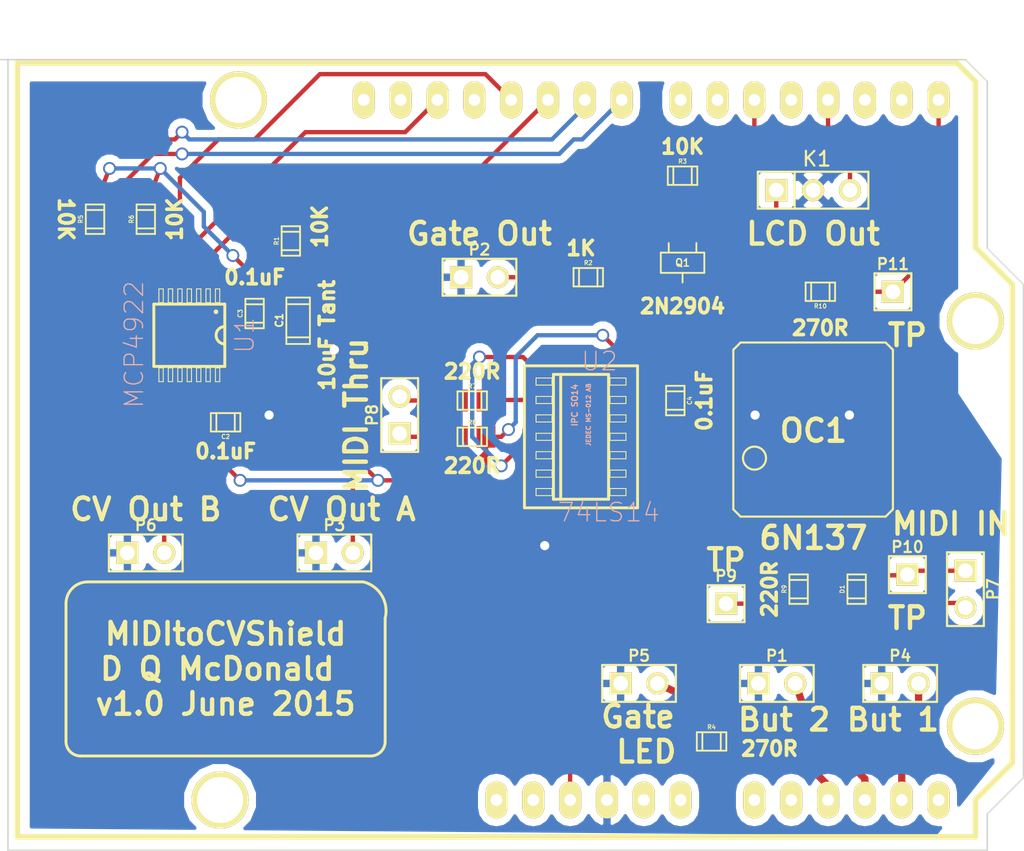
<source format=kicad_pcb>
(kicad_pcb (version 3) (host pcbnew "(2014-02-26 BZR 4721)-product")

  (general
    (links 69)
    (no_connects 0)
    (area 77.449999 67.6 148.512772 127.550001)
    (thickness 1.6)
    (drawings 46)
    (tracks 223)
    (zones 0)
    (modules 32)
    (nets 49)
  )

  (page A4)
  (title_block
    (title "MIDI to CV Shield")
    (date 26/5/2015)
    (rev 1.0)
    (comment 1 "Quentin McDonald")
  )

  (layers
    (15 F.Cu signal)
    (0 B.Cu signal)
    (16 B.Adhes user)
    (17 F.Adhes user)
    (18 B.Paste user)
    (19 F.Paste user)
    (20 B.SilkS user)
    (21 F.SilkS user)
    (22 B.Mask user)
    (23 F.Mask user)
    (24 Dwgs.User user)
    (25 Cmts.User user)
    (26 Eco1.User user)
    (27 Eco2.User user)
    (28 Edge.Cuts user)
  )

  (setup
    (last_trace_width 0.3)
    (trace_clearance 0.3)
    (zone_clearance 0.508)
    (zone_45_only no)
    (trace_min 0.254)
    (segment_width 0.2)
    (edge_width 0.1)
    (via_size 0.889)
    (via_drill 0.635)
    (via_min_size 0.889)
    (via_min_drill 0.508)
    (uvia_size 0.508)
    (uvia_drill 0.127)
    (uvias_allowed no)
    (uvia_min_size 0.508)
    (uvia_min_drill 0.127)
    (pcb_text_width 0.3)
    (pcb_text_size 1.5 1.5)
    (mod_edge_width 0.15)
    (mod_text_size 1 1)
    (mod_text_width 0.15)
    (pad_size 1.5 1.5)
    (pad_drill 0.6)
    (pad_to_mask_clearance 0)
    (aux_axis_origin 0 0)
    (visible_elements FFFFFF7F)
    (pcbplotparams
      (layerselection 283148289)
      (usegerberextensions true)
      (excludeedgelayer true)
      (linewidth 0.150000)
      (plotframeref false)
      (viasonmask false)
      (mode 1)
      (useauxorigin false)
      (hpglpennumber 1)
      (hpglpenspeed 20)
      (hpglpendiameter 15)
      (hpglpenoverlay 2)
      (psnegative false)
      (psa4output false)
      (plotreference true)
      (plotvalue true)
      (plotothertext true)
      (plotinvisibletext false)
      (padsonsilk false)
      (subtractmaskfromsilk false)
      (outputformat 1)
      (mirror false)
      (drillshape 0)
      (scaleselection 1)
      (outputdirectory Gerber/))
  )

  (net 0 "")
  (net 1 BUT1)
  (net 2 BUT2)
  (net 3 GATE)
  (net 4 GATE_LED)
  (net 5 GND)
  (net 6 LCD_TX)
  (net 7 LDAC)
  (net 8 MOSI)
  (net 9 "Net-(D1-Pad1)")
  (net 10 "Net-(D1-Pad2)")
  (net 11 "Net-(OC1-Pad2)")
  (net 12 "Net-(P2-Pad2)")
  (net 13 "Net-(P5-Pad2)")
  (net 14 "Net-(P8-Pad1)")
  (net 15 "Net-(P8-Pad2)")
  (net 16 "Net-(Q1-Pad1)")
  (net 17 "Net-(Q1-Pad2)")
  (net 18 "Net-(R7-Pad1)")
  (net 19 "Net-(SHIELD1-Pad1)")
  (net 20 "Net-(SHIELD1-Pad12)")
  (net 21 "Net-(SHIELD1-Pad2)")
  (net 22 "Net-(SHIELD1-Pad3V3)")
  (net 23 "Net-(SHIELD1-Pad4)")
  (net 24 "Net-(SHIELD1-Pad6)")
  (net 25 "Net-(SHIELD1-Pad7)")
  (net 26 "Net-(SHIELD1-PadAD0)")
  (net 27 "Net-(SHIELD1-PadAD1)")
  (net 28 "Net-(SHIELD1-PadAD5)")
  (net 29 "Net-(SHIELD1-PadAREF)")
  (net 30 "Net-(SHIELD1-PadGND2)")
  (net 31 "Net-(SHIELD1-PadGND3)")
  (net 32 "Net-(SHIELD1-PadRST)")
  (net 33 "Net-(SHIELD1-PadV_IN)")
  (net 34 "Net-(U1-Pad2)")
  (net 35 "Net-(U1-Pad6)")
  (net 36 "Net-(U1-Pad7)")
  (net 37 "Net-(U2-Pad1)")
  (net 38 "Net-(U2-Pad10)")
  (net 39 "Net-(U2-Pad12)")
  (net 40 "Net-(U2-Pad6)")
  (net 41 "Net-(U2-Pad8)")
  (net 42 OUTA)
  (net 43 OUTB)
  (net 44 RX)
  (net 45 SCK)
  (net 46 SHDN)
  (net 47 SS)
  (net 48 VDD)

  (net_class Default "This is the default net class."
    (clearance 0.3)
    (trace_width 0.3)
    (via_dia 0.889)
    (via_drill 0.635)
    (uvia_dia 0.508)
    (uvia_drill 0.127)
    (add_net "")
    (add_net BUT1)
    (add_net BUT2)
    (add_net GATE)
    (add_net GATE_LED)
    (add_net GND)
    (add_net LCD_TX)
    (add_net LDAC)
    (add_net MOSI)
    (add_net "Net-(D1-Pad1)")
    (add_net "Net-(D1-Pad2)")
    (add_net "Net-(OC1-Pad2)")
    (add_net "Net-(P2-Pad2)")
    (add_net "Net-(P5-Pad2)")
    (add_net "Net-(P8-Pad1)")
    (add_net "Net-(P8-Pad2)")
    (add_net "Net-(Q1-Pad1)")
    (add_net "Net-(Q1-Pad2)")
    (add_net "Net-(R7-Pad1)")
    (add_net "Net-(SHIELD1-Pad1)")
    (add_net "Net-(SHIELD1-Pad12)")
    (add_net "Net-(SHIELD1-Pad2)")
    (add_net "Net-(SHIELD1-Pad3V3)")
    (add_net "Net-(SHIELD1-Pad4)")
    (add_net "Net-(SHIELD1-Pad6)")
    (add_net "Net-(SHIELD1-Pad7)")
    (add_net "Net-(SHIELD1-PadAD0)")
    (add_net "Net-(SHIELD1-PadAD1)")
    (add_net "Net-(SHIELD1-PadAD5)")
    (add_net "Net-(SHIELD1-PadAREF)")
    (add_net "Net-(SHIELD1-PadGND2)")
    (add_net "Net-(SHIELD1-PadGND3)")
    (add_net "Net-(SHIELD1-PadRST)")
    (add_net "Net-(SHIELD1-PadV_IN)")
    (add_net "Net-(U1-Pad2)")
    (add_net "Net-(U1-Pad6)")
    (add_net "Net-(U1-Pad7)")
    (add_net "Net-(U2-Pad1)")
    (add_net "Net-(U2-Pad10)")
    (add_net "Net-(U2-Pad12)")
    (add_net "Net-(U2-Pad6)")
    (add_net "Net-(U2-Pad8)")
    (add_net OUTA)
    (add_net OUTB)
    (add_net RX)
    (add_net SCK)
    (add_net SHDN)
    (add_net SS)
    (add_net VDD)
  )

  (module smd_capacitors:c_1206 (layer F.Cu) (tedit 490473F0) (tstamp 556D4B8C)
    (at 98 91 90)
    (descr "SMT capacitor, 1206")
    (path /55556CDE)
    (fp_text reference C1 (at 0.0254 -1.2954 90) (layer F.SilkS)
      (effects (font (size 0.50038 0.50038) (thickness 0.11938)))
    )
    (fp_text value "10uF tant" (at 0 1.27 90) (layer F.SilkS) hide
      (effects (font (size 0.50038 0.50038) (thickness 0.11938)))
    )
    (fp_line (start 1.143 0.8128) (end 1.143 -0.8128) (layer F.SilkS) (width 0.127))
    (fp_line (start -1.143 -0.8128) (end -1.143 0.8128) (layer F.SilkS) (width 0.127))
    (fp_line (start -1.6002 -0.8128) (end -1.6002 0.8128) (layer F.SilkS) (width 0.127))
    (fp_line (start -1.6002 0.8128) (end 1.6002 0.8128) (layer F.SilkS) (width 0.127))
    (fp_line (start 1.6002 0.8128) (end 1.6002 -0.8128) (layer F.SilkS) (width 0.127))
    (fp_line (start 1.6002 -0.8128) (end -1.6002 -0.8128) (layer F.SilkS) (width 0.127))
    (pad 1 smd rect (at 1.397 0 90) (size 1.6002 1.8034) (layers F.Cu F.Paste F.Mask)
      (net 48 VDD))
    (pad 2 smd rect (at -1.397 0 90) (size 1.6002 1.8034) (layers F.Cu F.Paste F.Mask)
      (net 5 GND))
    (model smd/capacitors/c_1206.wrl
      (at (xyz 0 0 0))
      (scale (xyz 1 1 1))
      (rotate (xyz 0 0 0))
    )
  )

  (module smd_capacitors:c_0805 (layer F.Cu) (tedit 49047394) (tstamp 55660DC2)
    (at 93 98 180)
    (descr "SMT capacitor, 0805")
    (path /55563E51)
    (fp_text reference C2 (at 0 -0.9906 180) (layer F.SilkS)
      (effects (font (size 0.29972 0.29972) (thickness 0.06096)))
    )
    (fp_text value 0.1uF (at 0 0.9906 180) (layer F.SilkS) hide
      (effects (font (size 0.29972 0.29972) (thickness 0.06096)))
    )
    (fp_line (start 0.635 -0.635) (end 0.635 0.635) (layer F.SilkS) (width 0.127))
    (fp_line (start -0.635 -0.635) (end -0.635 0.6096) (layer F.SilkS) (width 0.127))
    (fp_line (start -1.016 -0.635) (end 1.016 -0.635) (layer F.SilkS) (width 0.127))
    (fp_line (start 1.016 -0.635) (end 1.016 0.635) (layer F.SilkS) (width 0.127))
    (fp_line (start 1.016 0.635) (end -1.016 0.635) (layer F.SilkS) (width 0.127))
    (fp_line (start -1.016 0.635) (end -1.016 -0.635) (layer F.SilkS) (width 0.127))
    (pad 1 smd rect (at 0.9525 0 180) (size 1.30048 1.4986) (layers F.Cu F.Paste F.Mask)
      (net 48 VDD))
    (pad 2 smd rect (at -0.9525 0 180) (size 1.30048 1.4986) (layers F.Cu F.Paste F.Mask)
      (net 5 GND))
    (model smd/capacitors/c_0805.wrl
      (at (xyz 0 0 0))
      (scale (xyz 1 1 1))
      (rotate (xyz 0 0 0))
    )
  )

  (module smd_capacitors:c_0805 (layer F.Cu) (tedit 49047394) (tstamp 55660DCE)
    (at 95 90.5 90)
    (descr "SMT capacitor, 0805")
    (path /55556D94)
    (fp_text reference C3 (at 0 -0.9906 90) (layer F.SilkS)
      (effects (font (size 0.29972 0.29972) (thickness 0.06096)))
    )
    (fp_text value 0.1uF (at 0 0.9906 90) (layer F.SilkS) hide
      (effects (font (size 0.29972 0.29972) (thickness 0.06096)))
    )
    (fp_line (start 0.635 -0.635) (end 0.635 0.635) (layer F.SilkS) (width 0.127))
    (fp_line (start -0.635 -0.635) (end -0.635 0.6096) (layer F.SilkS) (width 0.127))
    (fp_line (start -1.016 -0.635) (end 1.016 -0.635) (layer F.SilkS) (width 0.127))
    (fp_line (start 1.016 -0.635) (end 1.016 0.635) (layer F.SilkS) (width 0.127))
    (fp_line (start 1.016 0.635) (end -1.016 0.635) (layer F.SilkS) (width 0.127))
    (fp_line (start -1.016 0.635) (end -1.016 -0.635) (layer F.SilkS) (width 0.127))
    (pad 1 smd rect (at 0.9525 0 90) (size 1.30048 1.4986) (layers F.Cu F.Paste F.Mask)
      (net 48 VDD))
    (pad 2 smd rect (at -0.9525 0 90) (size 1.30048 1.4986) (layers F.Cu F.Paste F.Mask)
      (net 5 GND))
    (model smd/capacitors/c_0805.wrl
      (at (xyz 0 0 0))
      (scale (xyz 1 1 1))
      (rotate (xyz 0 0 0))
    )
  )

  (module smd_capacitors:c_0805 (layer F.Cu) (tedit 49047394) (tstamp 55660DDA)
    (at 124 96.5 270)
    (descr "SMT capacitor, 0805")
    (path /555657C7)
    (fp_text reference C4 (at 0 -0.9906 270) (layer F.SilkS)
      (effects (font (size 0.29972 0.29972) (thickness 0.06096)))
    )
    (fp_text value 0.1uF (at 0 0.9906 270) (layer F.SilkS) hide
      (effects (font (size 0.29972 0.29972) (thickness 0.06096)))
    )
    (fp_line (start 0.635 -0.635) (end 0.635 0.635) (layer F.SilkS) (width 0.127))
    (fp_line (start -0.635 -0.635) (end -0.635 0.6096) (layer F.SilkS) (width 0.127))
    (fp_line (start -1.016 -0.635) (end 1.016 -0.635) (layer F.SilkS) (width 0.127))
    (fp_line (start 1.016 -0.635) (end 1.016 0.635) (layer F.SilkS) (width 0.127))
    (fp_line (start 1.016 0.635) (end -1.016 0.635) (layer F.SilkS) (width 0.127))
    (fp_line (start -1.016 0.635) (end -1.016 -0.635) (layer F.SilkS) (width 0.127))
    (pad 1 smd rect (at 0.9525 0 270) (size 1.30048 1.4986) (layers F.Cu F.Paste F.Mask)
      (net 5 GND))
    (pad 2 smd rect (at -0.9525 0 270) (size 1.30048 1.4986) (layers F.Cu F.Paste F.Mask)
      (net 48 VDD))
    (model smd/capacitors/c_0805.wrl
      (at (xyz 0 0 0))
      (scale (xyz 1 1 1))
      (rotate (xyz 0 0 0))
    )
  )

  (module smd_capacitors:c_0805 (layer F.Cu) (tedit 49047394) (tstamp 55660DE6)
    (at 136.5 109.5 90)
    (descr "SMT capacitor, 0805")
    (path /5551C130)
    (fp_text reference D1 (at 0 -0.9906 90) (layer F.SilkS)
      (effects (font (size 0.29972 0.29972) (thickness 0.06096)))
    )
    (fp_text value DIODE (at 0 0.9906 90) (layer F.SilkS) hide
      (effects (font (size 0.29972 0.29972) (thickness 0.06096)))
    )
    (fp_line (start 0.635 -0.635) (end 0.635 0.635) (layer F.SilkS) (width 0.127))
    (fp_line (start -0.635 -0.635) (end -0.635 0.6096) (layer F.SilkS) (width 0.127))
    (fp_line (start -1.016 -0.635) (end 1.016 -0.635) (layer F.SilkS) (width 0.127))
    (fp_line (start 1.016 -0.635) (end 1.016 0.635) (layer F.SilkS) (width 0.127))
    (fp_line (start 1.016 0.635) (end -1.016 0.635) (layer F.SilkS) (width 0.127))
    (fp_line (start -1.016 0.635) (end -1.016 -0.635) (layer F.SilkS) (width 0.127))
    (pad 1 smd rect (at 0.9525 0 90) (size 1.30048 1.4986) (layers F.Cu F.Paste F.Mask)
      (net 9 "Net-(D1-Pad1)"))
    (pad 2 smd rect (at -0.9525 0 90) (size 1.30048 1.4986) (layers F.Cu F.Paste F.Mask)
      (net 10 "Net-(D1-Pad2)"))
    (model smd/capacitors/c_0805.wrl
      (at (xyz 0 0 0))
      (scale (xyz 1 1 1))
      (rotate (xyz 0 0 0))
    )
  )

  (module pin_array:PIN_ARRAY_3X1 (layer F.Cu) (tedit 4C1130E0) (tstamp 55660DF2)
    (at 133.5 82)
    (descr "Connecteur 3 pins")
    (tags "CONN DEV")
    (path /5552C815)
    (fp_text reference K1 (at 0.254 -2.159) (layer F.SilkS)
      (effects (font (size 1.016 1.016) (thickness 0.1524)))
    )
    (fp_text value CONN_3 (at 0 -2.159) (layer F.SilkS) hide
      (effects (font (size 1.016 1.016) (thickness 0.1524)))
    )
    (fp_line (start -3.81 1.27) (end -3.81 -1.27) (layer F.SilkS) (width 0.1524))
    (fp_line (start -3.81 -1.27) (end 3.81 -1.27) (layer F.SilkS) (width 0.1524))
    (fp_line (start 3.81 -1.27) (end 3.81 1.27) (layer F.SilkS) (width 0.1524))
    (fp_line (start 3.81 1.27) (end -3.81 1.27) (layer F.SilkS) (width 0.1524))
    (fp_line (start -1.27 -1.27) (end -1.27 1.27) (layer F.SilkS) (width 0.1524))
    (pad 1 thru_hole rect (at -2.54 0) (size 1.524 1.524) (drill 1.016) (layers *.Cu *.Mask F.SilkS)
      (net 48 VDD))
    (pad 2 thru_hole circle (at 0 0) (size 1.524 1.524) (drill 1.016) (layers *.Cu *.Mask F.SilkS)
      (net 5 GND))
    (pad 3 thru_hole circle (at 2.54 0) (size 1.524 1.524) (drill 1.016) (layers *.Cu *.Mask F.SilkS)
      (net 6 LCD_TX))
    (model pin_array/pins_array_3x1.wrl
      (at (xyz 0 0 0))
      (scale (xyz 1 1 1))
      (rotate (xyz 0 0 0))
    )
  )

  (module DQM:6N137 (layer F.Cu) (tedit 53F45728) (tstamp 55660E07)
    (at 133.5 98.5)
    (path /5551C0E0)
    (fp_text reference OC1 (at 0.02 0.08) (layer F.SilkS)
      (effects (font (thickness 0.3048)))
    )
    (fp_text value 6N137 (at 0.02 7.47) (layer F.SilkS)
      (effects (font (thickness 0.3048)))
    )
    (fp_circle (center -4.04 1.97) (end -3.4 2.44) (layer F.SilkS) (width 0.15))
    (fp_line (start -5 -6) (end -5.5 -5.5) (layer F.SilkS) (width 0.15))
    (fp_line (start -5.5 -5.5) (end -5.5 5.5) (layer F.SilkS) (width 0.15))
    (fp_line (start -5.5 5.5) (end -5 6) (layer F.SilkS) (width 0.15))
    (fp_line (start -5 6) (end 5 6) (layer F.SilkS) (width 0.15))
    (fp_line (start 5 6) (end 5.5 5.5) (layer F.SilkS) (width 0.15))
    (fp_line (start 5.5 5.5) (end 5.5 -5.5) (layer F.SilkS) (width 0.15))
    (fp_line (start 5.5 -5.5) (end 5 -6) (layer F.SilkS) (width 0.15))
    (fp_line (start 5 -6) (end -5 -6) (layer F.SilkS) (width 0.15))
    (pad 1 smd rect (at -3.80746 4.50342 180) (size 1.778 1.51892) (layers F.Cu F.Paste F.Mask))
    (pad 2 smd rect (at -1.26746 4.50342 180) (size 1.778 1.51892) (layers F.Cu F.Paste F.Mask)
      (net 11 "Net-(OC1-Pad2)"))
    (pad 3 smd rect (at 1.26746 4.50342 180) (size 1.778 1.51892) (layers F.Cu F.Paste F.Mask)
      (net 9 "Net-(D1-Pad1)"))
    (pad 4 smd rect (at 3.80746 4.50342 180) (size 1.778 1.51892) (layers F.Cu F.Paste F.Mask))
    (pad 5 smd rect (at 3.80746 -4.50342) (size 1.778 1.51892) (layers F.Cu F.Paste F.Mask)
      (net 5 GND))
    (pad 6 smd rect (at 1.26746 -4.50342) (size 1.778 1.51892) (layers F.Cu F.Paste F.Mask)
      (net 44 RX))
    (pad 7 smd rect (at -1.26746 -4.50342) (size 1.778 1.51892) (layers F.Cu F.Paste F.Mask)
      (net 48 VDD))
    (pad 8 smd rect (at -3.80746 -4.50342) (size 1.778 1.51892) (layers F.Cu F.Paste F.Mask)
      (net 48 VDD))
  )

  (module pin_array:PIN_ARRAY_2X1 (layer F.Cu) (tedit 4565C520) (tstamp 55660E11)
    (at 131 116)
    (descr "Connecteurs 2 pins")
    (tags "CONN DEV")
    (path /55555C5D)
    (fp_text reference P1 (at 0 -1.905) (layer F.SilkS)
      (effects (font (size 0.762 0.762) (thickness 0.1524)))
    )
    (fp_text value CONN_2 (at 0 -1.905) (layer F.SilkS) hide
      (effects (font (size 0.762 0.762) (thickness 0.1524)))
    )
    (fp_line (start -2.54 1.27) (end -2.54 -1.27) (layer F.SilkS) (width 0.1524))
    (fp_line (start -2.54 -1.27) (end 2.54 -1.27) (layer F.SilkS) (width 0.1524))
    (fp_line (start 2.54 -1.27) (end 2.54 1.27) (layer F.SilkS) (width 0.1524))
    (fp_line (start 2.54 1.27) (end -2.54 1.27) (layer F.SilkS) (width 0.1524))
    (pad 1 thru_hole rect (at -1.27 0) (size 1.524 1.524) (drill 1.016) (layers *.Cu *.Mask F.SilkS)
      (net 5 GND))
    (pad 2 thru_hole circle (at 1.27 0) (size 1.524 1.524) (drill 1.016) (layers *.Cu *.Mask F.SilkS)
      (net 1 BUT1))
    (model pin_array/pins_array_2x1.wrl
      (at (xyz 0 0 0))
      (scale (xyz 1 1 1))
      (rotate (xyz 0 0 0))
    )
  )

  (module pin_array:PIN_ARRAY_2X1 (layer F.Cu) (tedit 4565C520) (tstamp 55660E1B)
    (at 110.5 88)
    (descr "Connecteurs 2 pins")
    (tags "CONN DEV")
    (path /5556492D)
    (fp_text reference P2 (at 0 -1.905) (layer F.SilkS)
      (effects (font (size 0.762 0.762) (thickness 0.1524)))
    )
    (fp_text value CONN_2 (at 0 -1.905) (layer F.SilkS) hide
      (effects (font (size 0.762 0.762) (thickness 0.1524)))
    )
    (fp_line (start -2.54 1.27) (end -2.54 -1.27) (layer F.SilkS) (width 0.1524))
    (fp_line (start -2.54 -1.27) (end 2.54 -1.27) (layer F.SilkS) (width 0.1524))
    (fp_line (start 2.54 -1.27) (end 2.54 1.27) (layer F.SilkS) (width 0.1524))
    (fp_line (start 2.54 1.27) (end -2.54 1.27) (layer F.SilkS) (width 0.1524))
    (pad 1 thru_hole rect (at -1.27 0) (size 1.524 1.524) (drill 1.016) (layers *.Cu *.Mask F.SilkS)
      (net 5 GND))
    (pad 2 thru_hole circle (at 1.27 0) (size 1.524 1.524) (drill 1.016) (layers *.Cu *.Mask F.SilkS)
      (net 12 "Net-(P2-Pad2)"))
    (model pin_array/pins_array_2x1.wrl
      (at (xyz 0 0 0))
      (scale (xyz 1 1 1))
      (rotate (xyz 0 0 0))
    )
  )

  (module pin_array:PIN_ARRAY_2X1 (layer F.Cu) (tedit 4565C520) (tstamp 55660E25)
    (at 100.5 107)
    (descr "Connecteurs 2 pins")
    (tags "CONN DEV")
    (path /555641FE)
    (fp_text reference P3 (at 0 -1.905) (layer F.SilkS)
      (effects (font (size 0.762 0.762) (thickness 0.1524)))
    )
    (fp_text value CONN_2 (at 0 -1.905) (layer F.SilkS) hide
      (effects (font (size 0.762 0.762) (thickness 0.1524)))
    )
    (fp_line (start -2.54 1.27) (end -2.54 -1.27) (layer F.SilkS) (width 0.1524))
    (fp_line (start -2.54 -1.27) (end 2.54 -1.27) (layer F.SilkS) (width 0.1524))
    (fp_line (start 2.54 -1.27) (end 2.54 1.27) (layer F.SilkS) (width 0.1524))
    (fp_line (start 2.54 1.27) (end -2.54 1.27) (layer F.SilkS) (width 0.1524))
    (pad 1 thru_hole rect (at -1.27 0) (size 1.524 1.524) (drill 1.016) (layers *.Cu *.Mask F.SilkS)
      (net 5 GND))
    (pad 2 thru_hole circle (at 1.27 0) (size 1.524 1.524) (drill 1.016) (layers *.Cu *.Mask F.SilkS)
      (net 42 OUTA))
    (model pin_array/pins_array_2x1.wrl
      (at (xyz 0 0 0))
      (scale (xyz 1 1 1))
      (rotate (xyz 0 0 0))
    )
  )

  (module pin_array:PIN_ARRAY_2X1 (layer F.Cu) (tedit 4565C520) (tstamp 55660E2F)
    (at 139.5 116)
    (descr "Connecteurs 2 pins")
    (tags "CONN DEV")
    (path /55555D49)
    (fp_text reference P4 (at 0 -1.905) (layer F.SilkS)
      (effects (font (size 0.762 0.762) (thickness 0.1524)))
    )
    (fp_text value CONN_2 (at 0 -1.905) (layer F.SilkS) hide
      (effects (font (size 0.762 0.762) (thickness 0.1524)))
    )
    (fp_line (start -2.54 1.27) (end -2.54 -1.27) (layer F.SilkS) (width 0.1524))
    (fp_line (start -2.54 -1.27) (end 2.54 -1.27) (layer F.SilkS) (width 0.1524))
    (fp_line (start 2.54 -1.27) (end 2.54 1.27) (layer F.SilkS) (width 0.1524))
    (fp_line (start 2.54 1.27) (end -2.54 1.27) (layer F.SilkS) (width 0.1524))
    (pad 1 thru_hole rect (at -1.27 0) (size 1.524 1.524) (drill 1.016) (layers *.Cu *.Mask F.SilkS)
      (net 5 GND))
    (pad 2 thru_hole circle (at 1.27 0) (size 1.524 1.524) (drill 1.016) (layers *.Cu *.Mask F.SilkS)
      (net 2 BUT2))
    (model pin_array/pins_array_2x1.wrl
      (at (xyz 0 0 0))
      (scale (xyz 1 1 1))
      (rotate (xyz 0 0 0))
    )
  )

  (module pin_array:PIN_ARRAY_2X1 (layer F.Cu) (tedit 4565C520) (tstamp 55660E39)
    (at 121.5 116)
    (descr "Connecteurs 2 pins")
    (tags "CONN DEV")
    (path /55555B59)
    (fp_text reference P5 (at 0 -1.905) (layer F.SilkS)
      (effects (font (size 0.762 0.762) (thickness 0.1524)))
    )
    (fp_text value CONN_2 (at 0 -1.905) (layer F.SilkS) hide
      (effects (font (size 0.762 0.762) (thickness 0.1524)))
    )
    (fp_line (start -2.54 1.27) (end -2.54 -1.27) (layer F.SilkS) (width 0.1524))
    (fp_line (start -2.54 -1.27) (end 2.54 -1.27) (layer F.SilkS) (width 0.1524))
    (fp_line (start 2.54 -1.27) (end 2.54 1.27) (layer F.SilkS) (width 0.1524))
    (fp_line (start 2.54 1.27) (end -2.54 1.27) (layer F.SilkS) (width 0.1524))
    (pad 1 thru_hole rect (at -1.27 0) (size 1.524 1.524) (drill 1.016) (layers *.Cu *.Mask F.SilkS)
      (net 5 GND))
    (pad 2 thru_hole circle (at 1.27 0) (size 1.524 1.524) (drill 1.016) (layers *.Cu *.Mask F.SilkS)
      (net 13 "Net-(P5-Pad2)"))
    (model pin_array/pins_array_2x1.wrl
      (at (xyz 0 0 0))
      (scale (xyz 1 1 1))
      (rotate (xyz 0 0 0))
    )
  )

  (module pin_array:PIN_ARRAY_2X1 (layer F.Cu) (tedit 4565C520) (tstamp 55660E43)
    (at 87.5 107)
    (descr "Connecteurs 2 pins")
    (tags "CONN DEV")
    (path /5556451A)
    (fp_text reference P6 (at 0 -1.905) (layer F.SilkS)
      (effects (font (size 0.762 0.762) (thickness 0.1524)))
    )
    (fp_text value CONN_2 (at 0 -1.905) (layer F.SilkS) hide
      (effects (font (size 0.762 0.762) (thickness 0.1524)))
    )
    (fp_line (start -2.54 1.27) (end -2.54 -1.27) (layer F.SilkS) (width 0.1524))
    (fp_line (start -2.54 -1.27) (end 2.54 -1.27) (layer F.SilkS) (width 0.1524))
    (fp_line (start 2.54 -1.27) (end 2.54 1.27) (layer F.SilkS) (width 0.1524))
    (fp_line (start 2.54 1.27) (end -2.54 1.27) (layer F.SilkS) (width 0.1524))
    (pad 1 thru_hole rect (at -1.27 0) (size 1.524 1.524) (drill 1.016) (layers *.Cu *.Mask F.SilkS)
      (net 5 GND))
    (pad 2 thru_hole circle (at 1.27 0) (size 1.524 1.524) (drill 1.016) (layers *.Cu *.Mask F.SilkS)
      (net 43 OUTB))
    (model pin_array/pins_array_2x1.wrl
      (at (xyz 0 0 0))
      (scale (xyz 1 1 1))
      (rotate (xyz 0 0 0))
    )
  )

  (module pin_array:PIN_ARRAY_2X1 (layer F.Cu) (tedit 4565C520) (tstamp 55660E4D)
    (at 144 109.5 270)
    (descr "Connecteurs 2 pins")
    (tags "CONN DEV")
    (path /5551C164)
    (fp_text reference P7 (at 0 -1.905 270) (layer F.SilkS)
      (effects (font (size 0.762 0.762) (thickness 0.1524)))
    )
    (fp_text value CONN_2 (at 0 -1.905 270) (layer F.SilkS) hide
      (effects (font (size 0.762 0.762) (thickness 0.1524)))
    )
    (fp_line (start -2.54 1.27) (end -2.54 -1.27) (layer F.SilkS) (width 0.1524))
    (fp_line (start -2.54 -1.27) (end 2.54 -1.27) (layer F.SilkS) (width 0.1524))
    (fp_line (start 2.54 -1.27) (end 2.54 1.27) (layer F.SilkS) (width 0.1524))
    (fp_line (start 2.54 1.27) (end -2.54 1.27) (layer F.SilkS) (width 0.1524))
    (pad 1 thru_hole rect (at -1.27 0 270) (size 1.524 1.524) (drill 1.016) (layers *.Cu *.Mask F.SilkS)
      (net 9 "Net-(D1-Pad1)"))
    (pad 2 thru_hole circle (at 1.27 0 270) (size 1.524 1.524) (drill 1.016) (layers *.Cu *.Mask F.SilkS)
      (net 10 "Net-(D1-Pad2)"))
    (model pin_array/pins_array_2x1.wrl
      (at (xyz 0 0 0))
      (scale (xyz 1 1 1))
      (rotate (xyz 0 0 0))
    )
  )

  (module pin_array:PIN_ARRAY_2X1 (layer F.Cu) (tedit 4565C520) (tstamp 55660E57)
    (at 105 97.5 90)
    (descr "Connecteurs 2 pins")
    (tags "CONN DEV")
    (path /5552BEB7)
    (fp_text reference P8 (at 0 -1.905 90) (layer F.SilkS)
      (effects (font (size 0.762 0.762) (thickness 0.1524)))
    )
    (fp_text value CONN_2 (at 0 -1.905 90) (layer F.SilkS) hide
      (effects (font (size 0.762 0.762) (thickness 0.1524)))
    )
    (fp_line (start -2.54 1.27) (end -2.54 -1.27) (layer F.SilkS) (width 0.1524))
    (fp_line (start -2.54 -1.27) (end 2.54 -1.27) (layer F.SilkS) (width 0.1524))
    (fp_line (start 2.54 -1.27) (end 2.54 1.27) (layer F.SilkS) (width 0.1524))
    (fp_line (start 2.54 1.27) (end -2.54 1.27) (layer F.SilkS) (width 0.1524))
    (pad 1 thru_hole rect (at -1.27 0 90) (size 1.524 1.524) (drill 1.016) (layers *.Cu *.Mask F.SilkS)
      (net 14 "Net-(P8-Pad1)"))
    (pad 2 thru_hole circle (at 1.27 0 90) (size 1.524 1.524) (drill 1.016) (layers *.Cu *.Mask F.SilkS)
      (net 15 "Net-(P8-Pad2)"))
    (model pin_array/pins_array_2x1.wrl
      (at (xyz 0 0 0))
      (scale (xyz 1 1 1))
      (rotate (xyz 0 0 0))
    )
  )

  (module pin_array:PIN_ARRAY_1 (layer F.Cu) (tedit 4E4E744E) (tstamp 55661FB1)
    (at 127.5 110.5)
    (descr "1 pin")
    (tags "CONN DEV")
    (path /5551C1B7)
    (fp_text reference P9 (at 0 -1.905) (layer F.SilkS)
      (effects (font (size 0.762 0.762) (thickness 0.1524)))
    )
    (fp_text value CONN_1 (at 0 -1.905) (layer F.SilkS) hide
      (effects (font (size 0.762 0.762) (thickness 0.1524)))
    )
    (fp_line (start 1.27 1.27) (end -1.27 1.27) (layer F.SilkS) (width 0.1524))
    (fp_line (start -1.27 -1.27) (end 1.27 -1.27) (layer F.SilkS) (width 0.1524))
    (fp_line (start -1.27 1.27) (end -1.27 -1.27) (layer F.SilkS) (width 0.1524))
    (fp_line (start 1.27 -1.27) (end 1.27 1.27) (layer F.SilkS) (width 0.1524))
    (pad 1 thru_hole rect (at 0 0) (size 1.524 1.524) (drill 1.016) (layers *.Cu *.Mask F.SilkS)
      (net 10 "Net-(D1-Pad2)"))
    (model pin_array\pin_1.wrl
      (at (xyz 0 0 0))
      (scale (xyz 1 1 1))
      (rotate (xyz 0 0 0))
    )
  )

  (module pin_array:PIN_ARRAY_1 (layer F.Cu) (tedit 4E4E744E) (tstamp 55660E69)
    (at 140 108.5)
    (descr "1 pin")
    (tags "CONN DEV")
    (path /5551C290)
    (fp_text reference P10 (at 0 -1.905) (layer F.SilkS)
      (effects (font (size 0.762 0.762) (thickness 0.1524)))
    )
    (fp_text value CONN_1 (at 0 -1.905) (layer F.SilkS) hide
      (effects (font (size 0.762 0.762) (thickness 0.1524)))
    )
    (fp_line (start 1.27 1.27) (end -1.27 1.27) (layer F.SilkS) (width 0.1524))
    (fp_line (start -1.27 -1.27) (end 1.27 -1.27) (layer F.SilkS) (width 0.1524))
    (fp_line (start -1.27 1.27) (end -1.27 -1.27) (layer F.SilkS) (width 0.1524))
    (fp_line (start 1.27 -1.27) (end 1.27 1.27) (layer F.SilkS) (width 0.1524))
    (pad 1 thru_hole rect (at 0 0) (size 1.524 1.524) (drill 1.016) (layers *.Cu *.Mask F.SilkS)
      (net 9 "Net-(D1-Pad1)"))
    (model pin_array\pin_1.wrl
      (at (xyz 0 0 0))
      (scale (xyz 1 1 1))
      (rotate (xyz 0 0 0))
    )
  )

  (module pin_array:PIN_ARRAY_1 (layer F.Cu) (tedit 4E4E744E) (tstamp 55660E72)
    (at 139 89)
    (descr "1 pin")
    (tags "CONN DEV")
    (path /5551C466)
    (fp_text reference P11 (at 0 -1.905) (layer F.SilkS)
      (effects (font (size 0.762 0.762) (thickness 0.1524)))
    )
    (fp_text value CONN_1 (at 0 -1.905) (layer F.SilkS) hide
      (effects (font (size 0.762 0.762) (thickness 0.1524)))
    )
    (fp_line (start 1.27 1.27) (end -1.27 1.27) (layer F.SilkS) (width 0.1524))
    (fp_line (start -1.27 -1.27) (end 1.27 -1.27) (layer F.SilkS) (width 0.1524))
    (fp_line (start -1.27 1.27) (end -1.27 -1.27) (layer F.SilkS) (width 0.1524))
    (fp_line (start 1.27 -1.27) (end 1.27 1.27) (layer F.SilkS) (width 0.1524))
    (pad 1 thru_hole rect (at 0 0) (size 1.524 1.524) (drill 1.016) (layers *.Cu *.Mask F.SilkS)
      (net 44 RX))
    (model pin_array\pin_1.wrl
      (at (xyz 0 0 0))
      (scale (xyz 1 1 1))
      (rotate (xyz 0 0 0))
    )
  )

  (module DQM:sot23 (layer F.Cu) (tedit 53FAF675) (tstamp 55660E80)
    (at 124.5 87 180)
    (descr SOT23)
    (path /556D257D)
    (attr smd)
    (fp_text reference Q1 (at 0 0 180) (layer F.SilkS)
      (effects (font (size 0.50038 0.50038) (thickness 0.09906)))
    )
    (fp_text value NPN (at 0 0.09906 180) (layer F.SilkS) hide
      (effects (font (size 0.50038 0.50038) (thickness 0.09906)))
    )
    (fp_line (start 0.9525 0.6985) (end 0.9525 1.3589) (layer F.SilkS) (width 0.127))
    (fp_line (start -0.9525 0.6985) (end -0.9525 1.3589) (layer F.SilkS) (width 0.127))
    (fp_line (start 0 -0.6985) (end 0 -1.3589) (layer F.SilkS) (width 0.127))
    (fp_line (start -1.4986 -0.6985) (end 1.4986 -0.6985) (layer F.SilkS) (width 0.127))
    (fp_line (start 1.4986 -0.6985) (end 1.4986 0.6985) (layer F.SilkS) (width 0.127))
    (fp_line (start 1.4986 0.6985) (end -1.4986 0.6985) (layer F.SilkS) (width 0.127))
    (fp_line (start -1.4986 0.6985) (end -1.4986 -0.6985) (layer F.SilkS) (width 0.127))
    (pad 2 smd rect (at -0.9525 1.30664 180) (size 0.59944 1.50076) (layers F.Cu F.Paste F.Mask)
      (net 17 "Net-(Q1-Pad2)"))
    (pad 3 smd rect (at 0 -1.30664 180) (size 0.59944 1.50076) (layers F.Cu F.Paste F.Mask)
      (net 48 VDD))
    (pad 1 smd rect (at 0.9525 1.30664 180) (size 0.59944 1.50076) (layers F.Cu F.Paste F.Mask)
      (net 16 "Net-(Q1-Pad1)"))
    (model smd/smd_transistors/sot23.wrl
      (at (xyz 0 0 0))
      (scale (xyz 1 1 1))
      (rotate (xyz 0 0 0))
    )
  )

  (module smd_capacitors:c_0805 (layer F.Cu) (tedit 49047394) (tstamp 55660E8C)
    (at 97.5 85.5 90)
    (descr "SMT capacitor, 0805")
    (path /55564AB6)
    (fp_text reference R1 (at 0 -0.9906 90) (layer F.SilkS)
      (effects (font (size 0.29972 0.29972) (thickness 0.06096)))
    )
    (fp_text value 10K (at 0 0.9906 90) (layer F.SilkS) hide
      (effects (font (size 0.29972 0.29972) (thickness 0.06096)))
    )
    (fp_line (start 0.635 -0.635) (end 0.635 0.635) (layer F.SilkS) (width 0.127))
    (fp_line (start -0.635 -0.635) (end -0.635 0.6096) (layer F.SilkS) (width 0.127))
    (fp_line (start -1.016 -0.635) (end 1.016 -0.635) (layer F.SilkS) (width 0.127))
    (fp_line (start 1.016 -0.635) (end 1.016 0.635) (layer F.SilkS) (width 0.127))
    (fp_line (start 1.016 0.635) (end -1.016 0.635) (layer F.SilkS) (width 0.127))
    (fp_line (start -1.016 0.635) (end -1.016 -0.635) (layer F.SilkS) (width 0.127))
    (pad 1 smd rect (at 0.9525 0 90) (size 1.30048 1.4986) (layers F.Cu F.Paste F.Mask)
      (net 47 SS))
    (pad 2 smd rect (at -0.9525 0 90) (size 1.30048 1.4986) (layers F.Cu F.Paste F.Mask)
      (net 48 VDD))
    (model smd/capacitors/c_0805.wrl
      (at (xyz 0 0 0))
      (scale (xyz 1 1 1))
      (rotate (xyz 0 0 0))
    )
  )

  (module smd_capacitors:c_0805 (layer F.Cu) (tedit 49047394) (tstamp 55660E98)
    (at 118 88)
    (descr "SMT capacitor, 0805")
    (path /5556514E)
    (fp_text reference R2 (at 0 -0.9906) (layer F.SilkS)
      (effects (font (size 0.29972 0.29972) (thickness 0.06096)))
    )
    (fp_text value 1K (at 0 0.9906) (layer F.SilkS) hide
      (effects (font (size 0.29972 0.29972) (thickness 0.06096)))
    )
    (fp_line (start 0.635 -0.635) (end 0.635 0.635) (layer F.SilkS) (width 0.127))
    (fp_line (start -0.635 -0.635) (end -0.635 0.6096) (layer F.SilkS) (width 0.127))
    (fp_line (start -1.016 -0.635) (end 1.016 -0.635) (layer F.SilkS) (width 0.127))
    (fp_line (start 1.016 -0.635) (end 1.016 0.635) (layer F.SilkS) (width 0.127))
    (fp_line (start 1.016 0.635) (end -1.016 0.635) (layer F.SilkS) (width 0.127))
    (fp_line (start -1.016 0.635) (end -1.016 -0.635) (layer F.SilkS) (width 0.127))
    (pad 1 smd rect (at 0.9525 0) (size 1.30048 1.4986) (layers F.Cu F.Paste F.Mask)
      (net 16 "Net-(Q1-Pad1)"))
    (pad 2 smd rect (at -0.9525 0) (size 1.30048 1.4986) (layers F.Cu F.Paste F.Mask)
      (net 12 "Net-(P2-Pad2)"))
    (model smd/capacitors/c_0805.wrl
      (at (xyz 0 0 0))
      (scale (xyz 1 1 1))
      (rotate (xyz 0 0 0))
    )
  )

  (module smd_capacitors:c_0805 (layer F.Cu) (tedit 49047394) (tstamp 55660EA4)
    (at 124.5 81)
    (descr "SMT capacitor, 0805")
    (path /55565171)
    (fp_text reference R3 (at 0 -0.9906) (layer F.SilkS)
      (effects (font (size 0.29972 0.29972) (thickness 0.06096)))
    )
    (fp_text value 10K (at 0 0.9906) (layer F.SilkS) hide
      (effects (font (size 0.29972 0.29972) (thickness 0.06096)))
    )
    (fp_line (start 0.635 -0.635) (end 0.635 0.635) (layer F.SilkS) (width 0.127))
    (fp_line (start -0.635 -0.635) (end -0.635 0.6096) (layer F.SilkS) (width 0.127))
    (fp_line (start -1.016 -0.635) (end 1.016 -0.635) (layer F.SilkS) (width 0.127))
    (fp_line (start 1.016 -0.635) (end 1.016 0.635) (layer F.SilkS) (width 0.127))
    (fp_line (start 1.016 0.635) (end -1.016 0.635) (layer F.SilkS) (width 0.127))
    (fp_line (start -1.016 0.635) (end -1.016 -0.635) (layer F.SilkS) (width 0.127))
    (pad 1 smd rect (at 0.9525 0) (size 1.30048 1.4986) (layers F.Cu F.Paste F.Mask)
      (net 3 GATE))
    (pad 2 smd rect (at -0.9525 0) (size 1.30048 1.4986) (layers F.Cu F.Paste F.Mask)
      (net 17 "Net-(Q1-Pad2)"))
    (model smd/capacitors/c_0805.wrl
      (at (xyz 0 0 0))
      (scale (xyz 1 1 1))
      (rotate (xyz 0 0 0))
    )
  )

  (module smd_capacitors:c_0805 (layer F.Cu) (tedit 49047394) (tstamp 55660EB0)
    (at 126.5 120)
    (descr "SMT capacitor, 0805")
    (path /55555B6D)
    (fp_text reference R4 (at 0 -0.9906) (layer F.SilkS)
      (effects (font (size 0.29972 0.29972) (thickness 0.06096)))
    )
    (fp_text value 270R (at 0 0.9906) (layer F.SilkS) hide
      (effects (font (size 0.29972 0.29972) (thickness 0.06096)))
    )
    (fp_line (start 0.635 -0.635) (end 0.635 0.635) (layer F.SilkS) (width 0.127))
    (fp_line (start -0.635 -0.635) (end -0.635 0.6096) (layer F.SilkS) (width 0.127))
    (fp_line (start -1.016 -0.635) (end 1.016 -0.635) (layer F.SilkS) (width 0.127))
    (fp_line (start 1.016 -0.635) (end 1.016 0.635) (layer F.SilkS) (width 0.127))
    (fp_line (start 1.016 0.635) (end -1.016 0.635) (layer F.SilkS) (width 0.127))
    (fp_line (start -1.016 0.635) (end -1.016 -0.635) (layer F.SilkS) (width 0.127))
    (pad 1 smd rect (at 0.9525 0) (size 1.30048 1.4986) (layers F.Cu F.Paste F.Mask)
      (net 4 GATE_LED))
    (pad 2 smd rect (at -0.9525 0) (size 1.30048 1.4986) (layers F.Cu F.Paste F.Mask)
      (net 13 "Net-(P5-Pad2)"))
    (model smd/capacitors/c_0805.wrl
      (at (xyz 0 0 0))
      (scale (xyz 1 1 1))
      (rotate (xyz 0 0 0))
    )
  )

  (module smd_capacitors:c_0805 (layer F.Cu) (tedit 49047394) (tstamp 55660EBC)
    (at 84 84 90)
    (descr "SMT capacitor, 0805")
    (path /555645E2)
    (fp_text reference R5 (at 0 -0.9906 90) (layer F.SilkS)
      (effects (font (size 0.29972 0.29972) (thickness 0.06096)))
    )
    (fp_text value 10K (at 0 0.9906 90) (layer F.SilkS) hide
      (effects (font (size 0.29972 0.29972) (thickness 0.06096)))
    )
    (fp_line (start 0.635 -0.635) (end 0.635 0.635) (layer F.SilkS) (width 0.127))
    (fp_line (start -0.635 -0.635) (end -0.635 0.6096) (layer F.SilkS) (width 0.127))
    (fp_line (start -1.016 -0.635) (end 1.016 -0.635) (layer F.SilkS) (width 0.127))
    (fp_line (start 1.016 -0.635) (end 1.016 0.635) (layer F.SilkS) (width 0.127))
    (fp_line (start 1.016 0.635) (end -1.016 0.635) (layer F.SilkS) (width 0.127))
    (fp_line (start -1.016 0.635) (end -1.016 -0.635) (layer F.SilkS) (width 0.127))
    (pad 1 smd rect (at 0.9525 0 90) (size 1.30048 1.4986) (layers F.Cu F.Paste F.Mask)
      (net 48 VDD))
    (pad 2 smd rect (at -0.9525 0 90) (size 1.30048 1.4986) (layers F.Cu F.Paste F.Mask)
      (net 46 SHDN))
    (model smd/capacitors/c_0805.wrl
      (at (xyz 0 0 0))
      (scale (xyz 1 1 1))
      (rotate (xyz 0 0 0))
    )
  )

  (module smd_capacitors:c_0805 (layer F.Cu) (tedit 49047394) (tstamp 556D58C8)
    (at 87.5 84 90)
    (descr "SMT capacitor, 0805")
    (path /555645F6)
    (fp_text reference R6 (at 0 -0.9906 90) (layer F.SilkS)
      (effects (font (size 0.29972 0.29972) (thickness 0.06096)))
    )
    (fp_text value 10K (at 0 0.9906 90) (layer F.SilkS) hide
      (effects (font (size 0.29972 0.29972) (thickness 0.06096)))
    )
    (fp_line (start 0.635 -0.635) (end 0.635 0.635) (layer F.SilkS) (width 0.127))
    (fp_line (start -0.635 -0.635) (end -0.635 0.6096) (layer F.SilkS) (width 0.127))
    (fp_line (start -1.016 -0.635) (end 1.016 -0.635) (layer F.SilkS) (width 0.127))
    (fp_line (start 1.016 -0.635) (end 1.016 0.635) (layer F.SilkS) (width 0.127))
    (fp_line (start 1.016 0.635) (end -1.016 0.635) (layer F.SilkS) (width 0.127))
    (fp_line (start -1.016 0.635) (end -1.016 -0.635) (layer F.SilkS) (width 0.127))
    (pad 1 smd rect (at 0.9525 0 90) (size 1.30048 1.4986) (layers F.Cu F.Paste F.Mask)
      (net 48 VDD))
    (pad 2 smd rect (at -0.9525 0 90) (size 1.30048 1.4986) (layers F.Cu F.Paste F.Mask)
      (net 7 LDAC))
    (model smd/capacitors/c_0805.wrl
      (at (xyz 0 0 0))
      (scale (xyz 1 1 1))
      (rotate (xyz 0 0 0))
    )
  )

  (module smd_capacitors:c_0805 (layer F.Cu) (tedit 49047394) (tstamp 55660ED4)
    (at 110 96.5)
    (descr "SMT capacitor, 0805")
    (path /5552BECB)
    (fp_text reference R7 (at 0 -0.9906) (layer F.SilkS)
      (effects (font (size 0.29972 0.29972) (thickness 0.06096)))
    )
    (fp_text value 220R (at 0 0.9906) (layer F.SilkS) hide
      (effects (font (size 0.29972 0.29972) (thickness 0.06096)))
    )
    (fp_line (start 0.635 -0.635) (end 0.635 0.635) (layer F.SilkS) (width 0.127))
    (fp_line (start -0.635 -0.635) (end -0.635 0.6096) (layer F.SilkS) (width 0.127))
    (fp_line (start -1.016 -0.635) (end 1.016 -0.635) (layer F.SilkS) (width 0.127))
    (fp_line (start 1.016 -0.635) (end 1.016 0.635) (layer F.SilkS) (width 0.127))
    (fp_line (start 1.016 0.635) (end -1.016 0.635) (layer F.SilkS) (width 0.127))
    (fp_line (start -1.016 0.635) (end -1.016 -0.635) (layer F.SilkS) (width 0.127))
    (pad 1 smd rect (at 0.9525 0) (size 1.30048 1.4986) (layers F.Cu F.Paste F.Mask)
      (net 18 "Net-(R7-Pad1)"))
    (pad 2 smd rect (at -0.9525 0) (size 1.30048 1.4986) (layers F.Cu F.Paste F.Mask)
      (net 15 "Net-(P8-Pad2)"))
    (model smd/capacitors/c_0805.wrl
      (at (xyz 0 0 0))
      (scale (xyz 1 1 1))
      (rotate (xyz 0 0 0))
    )
  )

  (module smd_capacitors:c_0805 (layer F.Cu) (tedit 49047394) (tstamp 55660EE0)
    (at 110 99)
    (descr "SMT capacitor, 0805")
    (path /5552BF78)
    (fp_text reference R8 (at 0 -0.9906) (layer F.SilkS)
      (effects (font (size 0.29972 0.29972) (thickness 0.06096)))
    )
    (fp_text value 220R (at 0 0.9906) (layer F.SilkS) hide
      (effects (font (size 0.29972 0.29972) (thickness 0.06096)))
    )
    (fp_line (start 0.635 -0.635) (end 0.635 0.635) (layer F.SilkS) (width 0.127))
    (fp_line (start -0.635 -0.635) (end -0.635 0.6096) (layer F.SilkS) (width 0.127))
    (fp_line (start -1.016 -0.635) (end 1.016 -0.635) (layer F.SilkS) (width 0.127))
    (fp_line (start 1.016 -0.635) (end 1.016 0.635) (layer F.SilkS) (width 0.127))
    (fp_line (start 1.016 0.635) (end -1.016 0.635) (layer F.SilkS) (width 0.127))
    (fp_line (start -1.016 0.635) (end -1.016 -0.635) (layer F.SilkS) (width 0.127))
    (pad 1 smd rect (at 0.9525 0) (size 1.30048 1.4986) (layers F.Cu F.Paste F.Mask)
      (net 48 VDD))
    (pad 2 smd rect (at -0.9525 0) (size 1.30048 1.4986) (layers F.Cu F.Paste F.Mask)
      (net 14 "Net-(P8-Pad1)"))
    (model smd/capacitors/c_0805.wrl
      (at (xyz 0 0 0))
      (scale (xyz 1 1 1))
      (rotate (xyz 0 0 0))
    )
  )

  (module smd_capacitors:c_0805 (layer F.Cu) (tedit 49047394) (tstamp 55660EEC)
    (at 132.5 109.5 90)
    (descr "SMT capacitor, 0805")
    (path /5551C101)
    (fp_text reference R9 (at 0 -0.9906 90) (layer F.SilkS)
      (effects (font (size 0.29972 0.29972) (thickness 0.06096)))
    )
    (fp_text value 220R (at 0 0.9906 90) (layer F.SilkS) hide
      (effects (font (size 0.29972 0.29972) (thickness 0.06096)))
    )
    (fp_line (start 0.635 -0.635) (end 0.635 0.635) (layer F.SilkS) (width 0.127))
    (fp_line (start -0.635 -0.635) (end -0.635 0.6096) (layer F.SilkS) (width 0.127))
    (fp_line (start -1.016 -0.635) (end 1.016 -0.635) (layer F.SilkS) (width 0.127))
    (fp_line (start 1.016 -0.635) (end 1.016 0.635) (layer F.SilkS) (width 0.127))
    (fp_line (start 1.016 0.635) (end -1.016 0.635) (layer F.SilkS) (width 0.127))
    (fp_line (start -1.016 0.635) (end -1.016 -0.635) (layer F.SilkS) (width 0.127))
    (pad 1 smd rect (at 0.9525 0 90) (size 1.30048 1.4986) (layers F.Cu F.Paste F.Mask)
      (net 11 "Net-(OC1-Pad2)"))
    (pad 2 smd rect (at -0.9525 0 90) (size 1.30048 1.4986) (layers F.Cu F.Paste F.Mask)
      (net 10 "Net-(D1-Pad2)"))
    (model smd/capacitors/c_0805.wrl
      (at (xyz 0 0 0))
      (scale (xyz 1 1 1))
      (rotate (xyz 0 0 0))
    )
  )

  (module smd_capacitors:c_0805 (layer F.Cu) (tedit 49047394) (tstamp 55660EF8)
    (at 134 89 180)
    (descr "SMT capacitor, 0805")
    (path /5551C3F0)
    (fp_text reference R10 (at 0 -0.9906 180) (layer F.SilkS)
      (effects (font (size 0.29972 0.29972) (thickness 0.06096)))
    )
    (fp_text value 270R (at 0 0.9906 180) (layer F.SilkS) hide
      (effects (font (size 0.29972 0.29972) (thickness 0.06096)))
    )
    (fp_line (start 0.635 -0.635) (end 0.635 0.635) (layer F.SilkS) (width 0.127))
    (fp_line (start -0.635 -0.635) (end -0.635 0.6096) (layer F.SilkS) (width 0.127))
    (fp_line (start -1.016 -0.635) (end 1.016 -0.635) (layer F.SilkS) (width 0.127))
    (fp_line (start 1.016 -0.635) (end 1.016 0.635) (layer F.SilkS) (width 0.127))
    (fp_line (start 1.016 0.635) (end -1.016 0.635) (layer F.SilkS) (width 0.127))
    (fp_line (start -1.016 0.635) (end -1.016 -0.635) (layer F.SilkS) (width 0.127))
    (pad 1 smd rect (at 0.9525 0 180) (size 1.30048 1.4986) (layers F.Cu F.Paste F.Mask)
      (net 48 VDD))
    (pad 2 smd rect (at -0.9525 0 180) (size 1.30048 1.4986) (layers F.Cu F.Paste F.Mask)
      (net 44 RX))
    (model smd/capacitors/c_0805.wrl
      (at (xyz 0 0 0))
      (scale (xyz 1 1 1))
      (rotate (xyz 0 0 0))
    )
  )

  (module arduino_shields:ARDUINO_SHIELD locked (layer F.Cu) (tedit 556D6193) (tstamp 55661E44)
    (at 78.65 126.574)
    (path /555176AF)
    (fp_text reference "" (at 5.715 -57.15) (layer F.SilkS)
      (effects (font (thickness 0.3048)))
    )
    (fp_text value ARDUINO_SHIELD (at 10.16 -54.61) (layer F.SilkS) hide
      (effects (font (thickness 0.3048)))
    )
    (fp_line (start 66.04 -40.64) (end 66.04 -52.07) (layer F.SilkS) (width 0.381))
    (fp_line (start 66.04 -52.07) (end 64.77 -53.34) (layer F.SilkS) (width 0.381))
    (fp_line (start 64.77 -53.34) (end 0 -53.34) (layer F.SilkS) (width 0.381))
    (fp_line (start 66.04 0) (end 0 0) (layer F.SilkS) (width 0.381))
    (fp_line (start 0 0) (end 0 -53.34) (layer F.SilkS) (width 0.381))
    (fp_line (start 66.04 -40.64) (end 68.58 -38.1) (layer F.SilkS) (width 0.381))
    (fp_line (start 68.58 -38.1) (end 68.58 -5.08) (layer F.SilkS) (width 0.381))
    (fp_line (start 68.58 -5.08) (end 66.04 -2.54) (layer F.SilkS) (width 0.381))
    (fp_line (start 66.04 -2.54) (end 66.04 0) (layer F.SilkS) (width 0.381))
    (pad AD5 thru_hole oval (at 63.5 -2.54 90) (size 2.54 1.524) (drill 0.8128) (layers *.Cu *.Mask F.SilkS)
      (net 28 "Net-(SHIELD1-PadAD5)"))
    (pad AD4 thru_hole oval (at 60.96 -2.54 90) (size 2.54 1.524) (drill 0.8128) (layers *.Cu *.Mask F.SilkS)
      (net 2 BUT2))
    (pad AD3 thru_hole oval (at 58.42 -2.54 90) (size 2.54 1.524) (drill 0.8128) (layers *.Cu *.Mask F.SilkS)
      (net 1 BUT1))
    (pad AD0 thru_hole oval (at 50.8 -2.54 90) (size 2.54 1.524) (drill 0.8128) (layers *.Cu *.Mask F.SilkS)
      (net 26 "Net-(SHIELD1-PadAD0)"))
    (pad AD1 thru_hole oval (at 53.34 -2.54 90) (size 2.54 1.524) (drill 0.8128) (layers *.Cu *.Mask F.SilkS)
      (net 27 "Net-(SHIELD1-PadAD1)"))
    (pad AD2 thru_hole oval (at 55.88 -2.54 90) (size 2.54 1.524) (drill 0.8128) (layers *.Cu *.Mask F.SilkS)
      (net 4 GATE_LED))
    (pad V_IN thru_hole oval (at 45.72 -2.54 90) (size 2.54 1.524) (drill 0.8128) (layers *.Cu *.Mask F.SilkS)
      (net 33 "Net-(SHIELD1-PadV_IN)"))
    (pad GND2 thru_hole oval (at 43.18 -2.54 90) (size 2.54 1.524) (drill 0.8128) (layers *.Cu *.Mask F.SilkS)
      (net 30 "Net-(SHIELD1-PadGND2)"))
    (pad GND1 thru_hole oval (at 40.64 -2.54 90) (size 2.54 1.524) (drill 0.8128) (layers *.Cu *.Mask F.SilkS)
      (net 5 GND))
    (pad 3V3 thru_hole oval (at 35.56 -2.54 90) (size 2.54 1.524) (drill 0.8128) (layers *.Cu *.Mask F.SilkS)
      (net 22 "Net-(SHIELD1-Pad3V3)"))
    (pad RST thru_hole oval (at 33.02 -2.54 90) (size 2.54 1.524) (drill 0.8128) (layers *.Cu *.Mask F.SilkS)
      (net 32 "Net-(SHIELD1-PadRST)"))
    (pad 0 thru_hole oval (at 63.5 -50.8 90) (size 2.54 1.524) (drill 0.8128) (layers *.Cu *.Mask F.SilkS)
      (net 44 RX))
    (pad 1 thru_hole oval (at 60.96 -50.8 90) (size 2.54 1.524) (drill 0.8128) (layers *.Cu *.Mask F.SilkS)
      (net 19 "Net-(SHIELD1-Pad1)"))
    (pad 2 thru_hole oval (at 58.42 -50.8 90) (size 2.54 1.524) (drill 0.8128) (layers *.Cu *.Mask F.SilkS)
      (net 21 "Net-(SHIELD1-Pad2)"))
    (pad 3 thru_hole oval (at 55.88 -50.8 90) (size 2.54 1.524) (drill 0.8128) (layers *.Cu *.Mask F.SilkS)
      (net 6 LCD_TX))
    (pad 4 thru_hole oval (at 53.34 -50.8 90) (size 2.54 1.524) (drill 0.8128) (layers *.Cu *.Mask F.SilkS)
      (net 23 "Net-(SHIELD1-Pad4)"))
    (pad 5 thru_hole oval (at 50.8 -50.8 90) (size 2.54 1.524) (drill 0.8128) (layers *.Cu *.Mask F.SilkS)
      (net 3 GATE))
    (pad 6 thru_hole oval (at 48.26 -50.8 90) (size 2.54 1.524) (drill 0.8128) (layers *.Cu *.Mask F.SilkS)
      (net 24 "Net-(SHIELD1-Pad6)"))
    (pad 7 thru_hole oval (at 45.72 -50.8 90) (size 2.54 1.524) (drill 0.8128) (layers *.Cu *.Mask F.SilkS)
      (net 25 "Net-(SHIELD1-Pad7)"))
    (pad 8 thru_hole oval (at 41.656 -50.8 90) (size 2.54 1.524) (drill 0.8128) (layers *.Cu *.Mask F.SilkS)
      (net 7 LDAC))
    (pad 9 thru_hole oval (at 39.116 -50.8 90) (size 2.54 1.524) (drill 0.8128) (layers *.Cu *.Mask F.SilkS)
      (net 46 SHDN))
    (pad 10 thru_hole oval (at 36.576 -50.8 90) (size 2.54 1.524) (drill 0.8128) (layers *.Cu *.Mask F.SilkS)
      (net 47 SS))
    (pad 11 thru_hole oval (at 34.036 -50.8 90) (size 2.54 1.524) (drill 0.8128) (layers *.Cu *.Mask F.SilkS)
      (net 8 MOSI))
    (pad 12 thru_hole oval (at 31.496 -50.8 90) (size 2.54 1.524) (drill 0.8128) (layers *.Cu *.Mask F.SilkS)
      (net 20 "Net-(SHIELD1-Pad12)"))
    (pad 13 thru_hole oval (at 28.956 -50.8 90) (size 2.54 1.524) (drill 0.8128) (layers *.Cu *.Mask F.SilkS)
      (net 45 SCK))
    (pad GND3 thru_hole oval (at 26.416 -50.8 90) (size 2.54 1.524) (drill 0.8128) (layers *.Cu *.Mask F.SilkS)
      (net 31 "Net-(SHIELD1-PadGND3)"))
    (pad AREF thru_hole oval (at 23.876 -50.8 90) (size 2.54 1.524) (drill 0.8128) (layers *.Cu *.Mask F.SilkS)
      (net 29 "Net-(SHIELD1-PadAREF)"))
    (pad 5V thru_hole oval (at 38.1 -2.54 90) (size 2.54 1.524) (drill 0.8128) (layers *.Cu *.Mask F.SilkS)
      (net 48 VDD))
    (pad "" thru_hole circle (at 66.04 -7.62 90) (size 3.937 3.937) (drill 3.175) (layers *.Cu *.Mask F.SilkS))
    (pad "" thru_hole circle (at 66.04 -35.56 90) (size 3.937 3.937) (drill 3.175) (layers *.Cu *.Mask F.SilkS))
    (pad "" thru_hole circle (at 15.24 -50.8 90) (size 3.937 3.937) (drill 3.175) (layers *.Cu *.Mask F.SilkS))
    (pad "" thru_hole circle (at 13.97 -2.54 90) (size 3.937 3.937) (drill 3.175) (layers *.Cu *.Mask F.SilkS))
  )

  (module ref-packages:-SO-14 (layer F.Cu) (tedit 200000) (tstamp 55660F92)
    (at 117.5 99 270)
    (descr "SMALL OUTLINE NARROW PLASTIC GULL WING")
    (tags "SMALL OUTLINE NARROW PLASTIC GULL WING")
    (path /5552B568)
    (attr smd)
    (fp_text reference U2 (at -5.207 -1.27 360) (layer B.SilkS)
      (effects (font (size 1.27 1.27) (thickness 0.0889)))
    )
    (fp_text value 74LS14 (at 5.207 -1.905 360) (layer B.SilkS)
      (effects (font (size 1.27 1.27) (thickness 0.0889)))
    )
    (fp_line (start -4.05384 3.0988) (end -3.56362 3.0988) (layer F.SilkS) (width 0.06604))
    (fp_line (start -3.56362 3.0988) (end -3.56362 1.99898) (layer F.SilkS) (width 0.06604))
    (fp_line (start -4.05384 1.99898) (end -3.56362 1.99898) (layer F.SilkS) (width 0.06604))
    (fp_line (start -4.05384 3.0988) (end -4.05384 1.99898) (layer F.SilkS) (width 0.06604))
    (fp_line (start -2.78384 3.0988) (end -2.29362 3.0988) (layer F.SilkS) (width 0.06604))
    (fp_line (start -2.29362 3.0988) (end -2.29362 1.99898) (layer F.SilkS) (width 0.06604))
    (fp_line (start -2.78384 1.99898) (end -2.29362 1.99898) (layer F.SilkS) (width 0.06604))
    (fp_line (start -2.78384 3.0988) (end -2.78384 1.99898) (layer F.SilkS) (width 0.06604))
    (fp_line (start -1.51384 3.0988) (end -1.02362 3.0988) (layer F.SilkS) (width 0.06604))
    (fp_line (start -1.02362 3.0988) (end -1.02362 1.99898) (layer F.SilkS) (width 0.06604))
    (fp_line (start -1.51384 1.99898) (end -1.02362 1.99898) (layer F.SilkS) (width 0.06604))
    (fp_line (start -1.51384 3.0988) (end -1.51384 1.99898) (layer F.SilkS) (width 0.06604))
    (fp_line (start -0.24384 3.0988) (end 0.24384 3.0988) (layer F.SilkS) (width 0.06604))
    (fp_line (start 0.24384 3.0988) (end 0.24384 1.99898) (layer F.SilkS) (width 0.06604))
    (fp_line (start -0.24384 1.99898) (end 0.24384 1.99898) (layer F.SilkS) (width 0.06604))
    (fp_line (start -0.24384 3.0988) (end -0.24384 1.99898) (layer F.SilkS) (width 0.06604))
    (fp_line (start -0.24384 -1.99898) (end 0.24384 -1.99898) (layer F.SilkS) (width 0.06604))
    (fp_line (start 0.24384 -1.99898) (end 0.24384 -3.0988) (layer F.SilkS) (width 0.06604))
    (fp_line (start -0.24384 -3.0988) (end 0.24384 -3.0988) (layer F.SilkS) (width 0.06604))
    (fp_line (start -0.24384 -1.99898) (end -0.24384 -3.0988) (layer F.SilkS) (width 0.06604))
    (fp_line (start -1.51384 -1.99898) (end -1.02362 -1.99898) (layer F.SilkS) (width 0.06604))
    (fp_line (start -1.02362 -1.99898) (end -1.02362 -3.0988) (layer F.SilkS) (width 0.06604))
    (fp_line (start -1.51384 -3.0988) (end -1.02362 -3.0988) (layer F.SilkS) (width 0.06604))
    (fp_line (start -1.51384 -1.99898) (end -1.51384 -3.0988) (layer F.SilkS) (width 0.06604))
    (fp_line (start -2.78384 -1.99898) (end -2.29362 -1.99898) (layer F.SilkS) (width 0.06604))
    (fp_line (start -2.29362 -1.99898) (end -2.29362 -3.0988) (layer F.SilkS) (width 0.06604))
    (fp_line (start -2.78384 -3.0988) (end -2.29362 -3.0988) (layer F.SilkS) (width 0.06604))
    (fp_line (start -2.78384 -1.99898) (end -2.78384 -3.0988) (layer F.SilkS) (width 0.06604))
    (fp_line (start -4.05384 -1.99898) (end -3.56362 -1.99898) (layer F.SilkS) (width 0.06604))
    (fp_line (start -3.56362 -1.99898) (end -3.56362 -3.0988) (layer F.SilkS) (width 0.06604))
    (fp_line (start -4.05384 -3.0988) (end -3.56362 -3.0988) (layer F.SilkS) (width 0.06604))
    (fp_line (start -4.05384 -1.99898) (end -4.05384 -3.0988) (layer F.SilkS) (width 0.06604))
    (fp_line (start 1.02362 3.0988) (end 1.51384 3.0988) (layer F.SilkS) (width 0.06604))
    (fp_line (start 1.51384 3.0988) (end 1.51384 1.99898) (layer F.SilkS) (width 0.06604))
    (fp_line (start 1.02362 1.99898) (end 1.51384 1.99898) (layer F.SilkS) (width 0.06604))
    (fp_line (start 1.02362 3.0988) (end 1.02362 1.99898) (layer F.SilkS) (width 0.06604))
    (fp_line (start 2.29362 3.0988) (end 2.78384 3.0988) (layer F.SilkS) (width 0.06604))
    (fp_line (start 2.78384 3.0988) (end 2.78384 1.99898) (layer F.SilkS) (width 0.06604))
    (fp_line (start 2.29362 1.99898) (end 2.78384 1.99898) (layer F.SilkS) (width 0.06604))
    (fp_line (start 2.29362 3.0988) (end 2.29362 1.99898) (layer F.SilkS) (width 0.06604))
    (fp_line (start 3.56362 3.0988) (end 4.05384 3.0988) (layer F.SilkS) (width 0.06604))
    (fp_line (start 4.05384 3.0988) (end 4.05384 1.99898) (layer F.SilkS) (width 0.06604))
    (fp_line (start 3.56362 1.99898) (end 4.05384 1.99898) (layer F.SilkS) (width 0.06604))
    (fp_line (start 3.56362 3.0988) (end 3.56362 1.99898) (layer F.SilkS) (width 0.06604))
    (fp_line (start 3.56362 -1.99898) (end 4.05384 -1.99898) (layer F.SilkS) (width 0.06604))
    (fp_line (start 4.05384 -1.99898) (end 4.05384 -3.0988) (layer F.SilkS) (width 0.06604))
    (fp_line (start 3.56362 -3.0988) (end 4.05384 -3.0988) (layer F.SilkS) (width 0.06604))
    (fp_line (start 3.56362 -1.99898) (end 3.56362 -3.0988) (layer F.SilkS) (width 0.06604))
    (fp_line (start 2.29362 -1.99898) (end 2.78384 -1.99898) (layer F.SilkS) (width 0.06604))
    (fp_line (start 2.78384 -1.99898) (end 2.78384 -3.0988) (layer F.SilkS) (width 0.06604))
    (fp_line (start 2.29362 -3.0988) (end 2.78384 -3.0988) (layer F.SilkS) (width 0.06604))
    (fp_line (start 2.29362 -1.99898) (end 2.29362 -3.0988) (layer F.SilkS) (width 0.06604))
    (fp_line (start 1.02362 -1.99898) (end 1.51384 -1.99898) (layer F.SilkS) (width 0.06604))
    (fp_line (start 1.51384 -1.99898) (end 1.51384 -3.0988) (layer F.SilkS) (width 0.06604))
    (fp_line (start 1.02362 -3.0988) (end 1.51384 -3.0988) (layer F.SilkS) (width 0.06604))
    (fp_line (start 1.02362 -1.99898) (end 1.02362 -3.0988) (layer F.SilkS) (width 0.06604))
    (fp_line (start -4.89458 -3.8989) (end 4.89458 -3.8989) (layer F.SilkS) (width 0.19812))
    (fp_line (start 4.89458 3.8989) (end -4.89458 3.8989) (layer F.SilkS) (width 0.19812))
    (fp_line (start -4.89458 3.8989) (end -4.89458 -3.8989) (layer F.SilkS) (width 0.19812))
    (fp_line (start 4.30276 1.89992) (end -4.30276 1.89992) (layer F.SilkS) (width 0.2032))
    (fp_line (start -4.30276 1.89992) (end -4.30276 1.39954) (layer F.SilkS) (width 0.2032))
    (fp_line (start -4.30276 1.39954) (end -4.30276 -1.89992) (layer F.SilkS) (width 0.2032))
    (fp_line (start 4.30276 1.39954) (end -4.30276 1.39954) (layer F.SilkS) (width 0.2032))
    (fp_line (start 4.30276 -1.89992) (end 4.30276 1.39954) (layer F.SilkS) (width 0.2032))
    (fp_line (start 4.30276 1.39954) (end 4.30276 1.89992) (layer F.SilkS) (width 0.2032))
    (fp_line (start 4.89458 -3.8989) (end 4.89458 3.8989) (layer F.SilkS) (width 0.19812))
    (fp_line (start -4.30276 -1.89992) (end 4.30276 -1.89992) (layer F.SilkS) (width 0.2032))
    (fp_text user "JEDEC MS-012 AB" (at -1.524 -0.51562 270) (layer B.SilkS)
      (effects (font (size 0.3048 0.3048) (thickness 0.0889)))
    )
    (fp_text user "IPC SO14" (at -2.18186 0.4318 270) (layer B.SilkS)
      (effects (font (size 0.4064 0.4064) (thickness 0.0889)))
    )
    (pad 1 smd rect (at -3.81 2.59842 270) (size 0.59944 2.19964) (layers F.Cu F.Paste F.Mask)
      (net 37 "Net-(U2-Pad1)"))
    (pad 2 smd rect (at -2.54 2.59842 270) (size 0.59944 2.19964) (layers F.Cu F.Paste F.Mask)
      (net 18 "Net-(R7-Pad1)"))
    (pad 3 smd rect (at -1.27 2.59842 270) (size 0.59944 2.19964) (layers F.Cu F.Paste F.Mask)
      (net 44 RX))
    (pad 4 smd rect (at 0 2.59842 270) (size 0.59944 2.19964) (layers F.Cu F.Paste F.Mask)
      (net 37 "Net-(U2-Pad1)"))
    (pad 5 smd rect (at 1.27 2.59842 270) (size 0.59944 2.19964) (layers F.Cu F.Paste F.Mask)
      (net 5 GND))
    (pad 6 smd rect (at 2.54 2.59842 270) (size 0.59944 2.19964) (layers F.Cu F.Paste F.Mask)
      (net 40 "Net-(U2-Pad6)"))
    (pad 7 smd rect (at 3.81 2.59842 270) (size 0.59944 2.19964) (layers F.Cu F.Paste F.Mask)
      (net 5 GND))
    (pad 8 smd rect (at 3.81 -2.59842 270) (size 0.59944 2.19964) (layers F.Cu F.Paste F.Mask)
      (net 41 "Net-(U2-Pad8)"))
    (pad 9 smd rect (at 2.54 -2.59842 270) (size 0.59944 2.19964) (layers F.Cu F.Paste F.Mask)
      (net 5 GND))
    (pad 10 smd rect (at 1.27 -2.59842 270) (size 0.59944 2.19964) (layers F.Cu F.Paste F.Mask)
      (net 38 "Net-(U2-Pad10)"))
    (pad 11 smd rect (at 0 -2.59842 270) (size 0.59944 2.19964) (layers F.Cu F.Paste F.Mask)
      (net 5 GND))
    (pad 12 smd rect (at -1.27 -2.59842 270) (size 0.59944 2.19964) (layers F.Cu F.Paste F.Mask)
      (net 39 "Net-(U2-Pad12)"))
    (pad 13 smd rect (at -2.54 -2.59842 270) (size 0.59944 2.19964) (layers F.Cu F.Paste F.Mask)
      (net 5 GND))
    (pad 14 smd rect (at -3.81 -2.59842 270) (size 0.59944 2.19964) (layers F.Cu F.Paste F.Mask)
      (net 48 VDD))
  )

  (module DQM:MCP4922 (layer F.Cu) (tedit 200000) (tstamp 556D1037)
    (at 90.5 92 270)
    (descr "14-LEAD THIN SHRINK SMALL OUTLINE PACKAGE [TSSOP]")
    (tags "14-LEAD THIN SHRINK SMALL OUTLINE PACKAGE [TSSOP]")
    (path /54B8BB96)
    (attr smd)
    (fp_text reference U1 (at 0 -3.81 270) (layer B.SilkS)
      (effects (font (size 1.27 1.27) (thickness 0.0889)))
    )
    (fp_text value MCP4922 (at 0.635 3.81 270) (layer B.SilkS)
      (effects (font (size 1.27 1.27) (thickness 0.0889)))
    )
    (fp_line (start -3.19786 -1.79832) (end -2.2479 -1.79832) (layer F.SilkS) (width 0.06604))
    (fp_line (start -2.2479 -1.79832) (end -2.2479 -2.09804) (layer F.SilkS) (width 0.06604))
    (fp_line (start -3.19786 -2.09804) (end -2.2479 -2.09804) (layer F.SilkS) (width 0.06604))
    (fp_line (start -3.19786 -1.79832) (end -3.19786 -2.09804) (layer F.SilkS) (width 0.06604))
    (fp_line (start -3.19786 -1.14808) (end -2.2479 -1.14808) (layer F.SilkS) (width 0.06604))
    (fp_line (start -2.2479 -1.14808) (end -2.2479 -1.4478) (layer F.SilkS) (width 0.06604))
    (fp_line (start -3.19786 -1.4478) (end -2.2479 -1.4478) (layer F.SilkS) (width 0.06604))
    (fp_line (start -3.19786 -1.14808) (end -3.19786 -1.4478) (layer F.SilkS) (width 0.06604))
    (fp_line (start -3.19786 -0.49784) (end -2.2479 -0.49784) (layer F.SilkS) (width 0.06604))
    (fp_line (start -2.2479 -0.49784) (end -2.2479 -0.79756) (layer F.SilkS) (width 0.06604))
    (fp_line (start -3.19786 -0.79756) (end -2.2479 -0.79756) (layer F.SilkS) (width 0.06604))
    (fp_line (start -3.19786 -0.49784) (end -3.19786 -0.79756) (layer F.SilkS) (width 0.06604))
    (fp_line (start -3.19786 0.14986) (end -2.2479 0.14986) (layer F.SilkS) (width 0.06604))
    (fp_line (start -2.2479 0.14986) (end -2.2479 -0.14986) (layer F.SilkS) (width 0.06604))
    (fp_line (start -3.19786 -0.14986) (end -2.2479 -0.14986) (layer F.SilkS) (width 0.06604))
    (fp_line (start -3.19786 0.14986) (end -3.19786 -0.14986) (layer F.SilkS) (width 0.06604))
    (fp_line (start -3.19786 0.79756) (end -2.2479 0.79756) (layer F.SilkS) (width 0.06604))
    (fp_line (start -2.2479 0.79756) (end -2.2479 0.49784) (layer F.SilkS) (width 0.06604))
    (fp_line (start -3.19786 0.49784) (end -2.2479 0.49784) (layer F.SilkS) (width 0.06604))
    (fp_line (start -3.19786 0.79756) (end -3.19786 0.49784) (layer F.SilkS) (width 0.06604))
    (fp_line (start -3.19786 1.4478) (end -2.2479 1.4478) (layer F.SilkS) (width 0.06604))
    (fp_line (start -2.2479 1.4478) (end -2.2479 1.14808) (layer F.SilkS) (width 0.06604))
    (fp_line (start -3.19786 1.14808) (end -2.2479 1.14808) (layer F.SilkS) (width 0.06604))
    (fp_line (start -3.19786 1.4478) (end -3.19786 1.14808) (layer F.SilkS) (width 0.06604))
    (fp_line (start -3.19786 2.09804) (end -2.2479 2.09804) (layer F.SilkS) (width 0.06604))
    (fp_line (start -2.2479 2.09804) (end -2.2479 1.79832) (layer F.SilkS) (width 0.06604))
    (fp_line (start -3.19786 1.79832) (end -2.2479 1.79832) (layer F.SilkS) (width 0.06604))
    (fp_line (start -3.19786 2.09804) (end -3.19786 1.79832) (layer F.SilkS) (width 0.06604))
    (fp_line (start 2.2479 2.09804) (end 3.19786 2.09804) (layer F.SilkS) (width 0.06604))
    (fp_line (start 3.19786 2.09804) (end 3.19786 1.79832) (layer F.SilkS) (width 0.06604))
    (fp_line (start 2.2479 1.79832) (end 3.19786 1.79832) (layer F.SilkS) (width 0.06604))
    (fp_line (start 2.2479 2.09804) (end 2.2479 1.79832) (layer F.SilkS) (width 0.06604))
    (fp_line (start 2.2479 1.4478) (end 3.19786 1.4478) (layer F.SilkS) (width 0.06604))
    (fp_line (start 3.19786 1.4478) (end 3.19786 1.14808) (layer F.SilkS) (width 0.06604))
    (fp_line (start 2.2479 1.14808) (end 3.19786 1.14808) (layer F.SilkS) (width 0.06604))
    (fp_line (start 2.2479 1.4478) (end 2.2479 1.14808) (layer F.SilkS) (width 0.06604))
    (fp_line (start 2.2479 0.79756) (end 3.19786 0.79756) (layer F.SilkS) (width 0.06604))
    (fp_line (start 3.19786 0.79756) (end 3.19786 0.49784) (layer F.SilkS) (width 0.06604))
    (fp_line (start 2.2479 0.49784) (end 3.19786 0.49784) (layer F.SilkS) (width 0.06604))
    (fp_line (start 2.2479 0.79756) (end 2.2479 0.49784) (layer F.SilkS) (width 0.06604))
    (fp_line (start 2.2479 0.14986) (end 3.19786 0.14986) (layer F.SilkS) (width 0.06604))
    (fp_line (start 3.19786 0.14986) (end 3.19786 -0.14986) (layer F.SilkS) (width 0.06604))
    (fp_line (start 2.2479 -0.14986) (end 3.19786 -0.14986) (layer F.SilkS) (width 0.06604))
    (fp_line (start 2.2479 0.14986) (end 2.2479 -0.14986) (layer F.SilkS) (width 0.06604))
    (fp_line (start 2.2479 -0.49784) (end 3.19786 -0.49784) (layer F.SilkS) (width 0.06604))
    (fp_line (start 3.19786 -0.49784) (end 3.19786 -0.79756) (layer F.SilkS) (width 0.06604))
    (fp_line (start 2.2479 -0.79756) (end 3.19786 -0.79756) (layer F.SilkS) (width 0.06604))
    (fp_line (start 2.2479 -0.49784) (end 2.2479 -0.79756) (layer F.SilkS) (width 0.06604))
    (fp_line (start 2.2479 -1.14808) (end 3.19786 -1.14808) (layer F.SilkS) (width 0.06604))
    (fp_line (start 3.19786 -1.14808) (end 3.19786 -1.4478) (layer F.SilkS) (width 0.06604))
    (fp_line (start 2.2479 -1.4478) (end 3.19786 -1.4478) (layer F.SilkS) (width 0.06604))
    (fp_line (start 2.2479 -1.14808) (end 2.2479 -1.4478) (layer F.SilkS) (width 0.06604))
    (fp_line (start 2.2479 -1.79832) (end 3.19786 -1.79832) (layer F.SilkS) (width 0.06604))
    (fp_line (start 3.19786 -1.79832) (end 3.19786 -2.09804) (layer F.SilkS) (width 0.06604))
    (fp_line (start 2.2479 -2.09804) (end 3.19786 -2.09804) (layer F.SilkS) (width 0.06604))
    (fp_line (start 2.2479 -1.79832) (end 2.2479 -2.09804) (layer F.SilkS) (width 0.06604))
    (fp_line (start -2.1463 2.44602) (end 2.1463 2.44602) (layer F.SilkS) (width 0.2032))
    (fp_line (start 2.1463 2.44602) (end 2.1463 -2.44602) (layer F.SilkS) (width 0.2032))
    (fp_line (start 2.1463 -2.44602) (end -2.1463 -2.44602) (layer F.SilkS) (width 0.2032))
    (fp_line (start -2.1463 -2.44602) (end -2.1463 2.44602) (layer F.SilkS) (width 0.2032))
    (fp_circle (center -1.61798 -1.83896) (end -1.67894 -1.89992) (layer F.SilkS) (width 0.1524))
    (fp_arc (start 0 -2.44602) (end 0.59944 -2.44602) (angle 180) (layer F.SilkS) (width 0.2032))
    (pad 1 smd rect (at -2.87274 -1.94818 270) (size 0.89916 0.34798) (layers F.Cu F.Paste F.Mask)
      (net 48 VDD))
    (pad 2 smd rect (at -2.87274 -1.29794 270) (size 0.89916 0.34798) (layers F.Cu F.Paste F.Mask)
      (net 34 "Net-(U1-Pad2)"))
    (pad 3 smd rect (at -2.87274 -0.6477 270) (size 0.89916 0.34798) (layers F.Cu F.Paste F.Mask)
      (net 47 SS))
    (pad 4 smd rect (at -2.87274 0 270) (size 0.89916 0.34798) (layers F.Cu F.Paste F.Mask)
      (net 45 SCK))
    (pad 5 smd rect (at -2.87274 0.6477 270) (size 0.89916 0.34798) (layers F.Cu F.Paste F.Mask)
      (net 8 MOSI))
    (pad 6 smd rect (at -2.87274 1.29794 270) (size 0.89916 0.34798) (layers F.Cu F.Paste F.Mask)
      (net 35 "Net-(U1-Pad6)"))
    (pad 7 smd rect (at -2.87274 1.94818 270) (size 0.89916 0.34798) (layers F.Cu F.Paste F.Mask)
      (net 36 "Net-(U1-Pad7)"))
    (pad 8 smd rect (at 2.82448 1.94818 270) (size 0.89916 0.34798) (layers F.Cu F.Paste F.Mask)
      (net 7 LDAC))
    (pad 9 smd rect (at 2.82448 1.29794 270) (size 0.89916 0.34798) (layers F.Cu F.Paste F.Mask)
      (net 46 SHDN))
    (pad 10 smd rect (at 2.82448 0.6477 270) (size 0.89916 0.34798) (layers F.Cu F.Paste F.Mask)
      (net 43 OUTB))
    (pad 11 smd rect (at 2.82448 0 270) (size 0.89916 0.34798) (layers F.Cu F.Paste F.Mask)
      (net 48 VDD))
    (pad 12 smd rect (at 2.82448 -0.6477 270) (size 0.89916 0.34798) (layers F.Cu F.Paste F.Mask)
      (net 5 GND))
    (pad 13 smd rect (at 2.82448 -1.29794 270) (size 0.89916 0.34798) (layers F.Cu F.Paste F.Mask)
      (net 48 VDD))
    (pad 14 smd rect (at 2.82448 -1.94818 270) (size 0.89916 0.34798) (layers F.Cu F.Paste F.Mask)
      (net 42 OUTA))
  )

  (gr_line (start 82 120) (end 82 110.5) (angle 90) (layer F.SilkS) (width 0.2))
  (gr_line (start 103 121) (end 83 121) (angle 90) (layer F.SilkS) (width 0.2))
  (gr_line (start 104 111.5) (end 104 120) (angle 90) (layer F.SilkS) (width 0.2))
  (gr_line (start 83.5 109) (end 102.5 109) (angle 90) (layer F.SilkS) (width 0.2))
  (gr_arc (start 83 120) (end 83 121) (angle 90) (layer F.SilkS) (width 0.2))
  (gr_arc (start 103 120) (end 104 120) (angle 90) (layer F.SilkS) (width 0.2))
  (gr_arc (start 102 111) (end 102.5 109) (angle 90) (layer F.SilkS) (width 0.2))
  (gr_arc (start 83.5 110.5) (end 82 110.5) (angle 90) (layer F.SilkS) (width 0.2))
  (gr_text "MIDItoCVShield\nD Q McDonald \nv1.0 June 2015" (at 93 115) (layer F.SilkS)
    (effects (font (size 1.5 1.5) (thickness 0.3)))
  )
  (gr_text 0.1uF (at 93 100) (layer F.SilkS)
    (effects (font (size 1 1) (thickness 0.25)))
  )
  (gr_text 270R (at 130.5 120.5) (layer F.SilkS)
    (effects (font (size 1 1) (thickness 0.25)))
  )
  (gr_text 220R (at 130.5 109.5 90) (layer F.SilkS)
    (effects (font (size 1 1) (thickness 0.25)))
  )
  (gr_text 2N2904 (at 124.5 90) (layer F.SilkS)
    (effects (font (size 1 1) (thickness 0.25)))
  )
  (gr_text 270R (at 134 91.5) (layer F.SilkS)
    (effects (font (size 1 1) (thickness 0.25)))
  )
  (gr_text 0.1uF (at 126 96.5 90) (layer F.SilkS)
    (effects (font (size 1 1) (thickness 0.25)))
  )
  (gr_text 220R (at 110 101) (layer F.SilkS)
    (effects (font (size 1 1) (thickness 0.25)))
  )
  (gr_text 220R (at 110 94.5) (layer F.SilkS)
    (effects (font (size 1 1) (thickness 0.25)))
  )
  (gr_text 10K (at 82 84 270) (layer F.SilkS)
    (effects (font (size 1 1) (thickness 0.25)))
  )
  (gr_text 10K (at 89.5 84 90) (layer F.SilkS)
    (effects (font (size 1 1) (thickness 0.25)))
  )
  (gr_text 0.1uF (at 95 88) (layer F.SilkS)
    (effects (font (size 1 1) (thickness 0.25)))
  )
  (gr_text "10uF Tant" (at 100 92 90) (layer F.SilkS)
    (effects (font (size 1 1) (thickness 0.25)))
  )
  (gr_text 10K (at 99.5 84.5 90) (layer F.SilkS)
    (effects (font (size 1 1) (thickness 0.25)))
  )
  (gr_text 1K (at 117.5 86) (layer F.SilkS)
    (effects (font (size 1 1) (thickness 0.25)))
  )
  (gr_text 10K (at 124.5 79) (layer F.SilkS)
    (effects (font (size 1 1) (thickness 0.25)))
  )
  (gr_text "Gate \nLED" (at 122 119.5) (layer F.SilkS)
    (effects (font (size 1.5 1.5) (thickness 0.3)))
  )
  (gr_text "But 2" (at 131.5 118.5) (layer F.SilkS)
    (effects (font (size 1.5 1.5) (thickness 0.3)))
  )
  (gr_text "But 1" (at 139 118.5) (layer F.SilkS)
    (effects (font (size 1.5 1.5) (thickness 0.3)))
  )
  (gr_text TP (at 127.5 107.5) (layer F.SilkS)
    (effects (font (size 1.5 1.5) (thickness 0.3)))
  )
  (gr_text TP (at 140 111.5) (layer F.SilkS)
    (effects (font (size 1.5 1.5) (thickness 0.3)))
  )
  (gr_text TP (at 140 92) (layer F.SilkS)
    (effects (font (size 1.5 1.5) (thickness 0.3)))
  )
  (gr_text "MIDI Thru" (at 102 97.5 90) (layer F.SilkS)
    (effects (font (size 1.5 1.5) (thickness 0.3)))
  )
  (gr_text "MIDI IN" (at 143 105) (layer F.SilkS)
    (effects (font (size 1.5 1.5) (thickness 0.3)))
  )
  (gr_text "Gate Out" (at 110.5 85) (layer F.SilkS)
    (effects (font (size 1.5 1.5) (thickness 0.3)))
  )
  (gr_text "LCD Out" (at 133.5 85) (layer F.SilkS)
    (effects (font (size 1.5 1.5) (thickness 0.3)))
  )
  (gr_text "CV Out B" (at 87.5 104) (layer F.SilkS)
    (effects (font (size 1.5 1.5) (thickness 0.3)))
  )
  (gr_text "CV Out A" (at 101 104) (layer F.SilkS)
    (effects (font (size 1.5 1.5) (thickness 0.3)))
  )
  (gr_line (start 78 73) (end 77.5 73) (angle 90) (layer Edge.Cuts) (width 0.1))
  (gr_line (start 78 127.5) (end 78 73) (angle 90) (layer Edge.Cuts) (width 0.1))
  (gr_line (start 145.5 127.5) (end 78 127.5) (angle 90) (layer Edge.Cuts) (width 0.1))
  (gr_line (start 145.5 125) (end 145.5 127.5) (angle 90) (layer Edge.Cuts) (width 0.1))
  (gr_line (start 148 122.5) (end 145.5 125) (angle 90) (layer Edge.Cuts) (width 0.1))
  (gr_line (start 148 88.5) (end 148 122.5) (angle 90) (layer Edge.Cuts) (width 0.1))
  (gr_line (start 145.5 86) (end 148 88.5) (angle 90) (layer Edge.Cuts) (width 0.1))
  (gr_line (start 145.5 74.5) (end 145.5 86) (angle 90) (layer Edge.Cuts) (width 0.1))
  (gr_line (start 144 73) (end 145.5 74.5) (angle 90) (layer Edge.Cuts) (width 0.1))
  (gr_line (start 78 73) (end 144 73) (angle 90) (layer Edge.Cuts) (width 0.1))

  (segment (start 137.07 124.034) (end 137.07 122.57) (width 0.5) (layer F.Cu) (net 1))
  (segment (start 133.27 118.77) (end 132.27 116) (width 0.5) (layer F.Cu) (net 1) (tstamp 556D48A8) (status 20))
  (segment (start 137.07 122.57) (end 133.27 118.77) (width 0.5) (layer F.Cu) (net 1) (tstamp 556D48A1))
  (segment (start 139.61 124.034) (end 139.61 119.89) (width 0.5) (layer F.Cu) (net 2))
  (segment (start 140.77 118.73) (end 140.77 116) (width 0.5) (layer F.Cu) (net 2) (tstamp 556D4899))
  (segment (start 139.61 119.89) (end 140.77 118.73) (width 0.5) (layer F.Cu) (net 2) (tstamp 556D4894))
  (segment (start 129.45 75.774) (end 129.45 78.55) (width 0.3) (layer F.Cu) (net 3))
  (segment (start 127 81) (end 125.4525 81) (width 0.3) (layer F.Cu) (net 3) (tstamp 556D58FE))
  (segment (start 129.45 78.55) (end 127 81) (width 0.3) (layer F.Cu) (net 3) (tstamp 556D58FA))
  (segment (start 134.53 124.034) (end 134.53 123.03) (width 0.5) (layer F.Cu) (net 4))
  (segment (start 132 120.5) (end 127.4525 120) (width 0.5) (layer F.Cu) (net 4) (tstamp 556D48B5) (status 20))
  (segment (start 134.53 123.03) (end 132 120.5) (width 0.5) (layer F.Cu) (net 4) (tstamp 556D48B2))
  (segment (start 114.90158 102.81) (end 114.90158 106.40158) (width 0.3) (layer F.Cu) (net 5))
  (via (at 115 106.5) (size 0.889) (layers F.Cu B.Cu) (net 5))
  (segment (start 114.90158 106.40158) (end 115 106.5) (width 0.3) (layer F.Cu) (net 5) (tstamp 556D5D26))
  (segment (start 114.90158 100.27) (end 115.77 100.27) (width 0.3) (layer F.Cu) (net 5))
  (segment (start 116.19 102.81) (end 114.90158 102.81) (width 0.3) (layer F.Cu) (net 5) (tstamp 556D5D23))
  (segment (start 117 102) (end 116.19 102.81) (width 0.3) (layer F.Cu) (net 5) (tstamp 556D5D20))
  (segment (start 117 101.5) (end 117 102) (width 0.3) (layer F.Cu) (net 5) (tstamp 556D5D1F))
  (segment (start 115.77 100.27) (end 117 101.5) (width 0.3) (layer F.Cu) (net 5) (tstamp 556D5D1D))
  (segment (start 93.9525 98) (end 95.5 98) (width 0.3) (layer F.Cu) (net 5))
  (via (at 96 97.5) (size 0.889) (layers F.Cu B.Cu) (net 5))
  (segment (start 95.5 98) (end 96 97.5) (width 0.3) (layer F.Cu) (net 5) (tstamp 556D5CF1))
  (via (at 100.5 93) (size 0.889) (layers F.Cu B.Cu) (net 5))
  (segment (start 98.603 93) (end 100.5 93) (width 0.3) (layer F.Cu) (net 5) (tstamp 556D5CA6) (status 10))
  (segment (start 96.5555 91.4525) (end 98.603 93) (width 0.3) (layer F.Cu) (net 5) (tstamp 556D5CA4) (status 20))
  (segment (start 95 91.4525) (end 96.5555 91.4525) (width 0.3) (layer F.Cu) (net 5))
  (segment (start 91.1477 94.82448) (end 91.1477 95.6477) (width 0.3) (layer F.Cu) (net 5))
  (segment (start 93.9525 96.9525) (end 93.9525 98) (width 0.3) (layer F.Cu) (net 5) (tstamp 556D5C9D))
  (segment (start 93.5 96.5) (end 93.9525 96.9525) (width 0.3) (layer F.Cu) (net 5) (tstamp 556D5C9A))
  (segment (start 92 96.5) (end 93.5 96.5) (width 0.3) (layer F.Cu) (net 5) (tstamp 556D5C98))
  (segment (start 91.1477 95.6477) (end 92 96.5) (width 0.3) (layer F.Cu) (net 5) (tstamp 556D5C95))
  (segment (start 124 97.4525) (end 129.4525 97.4525) (width 0.3) (layer F.Cu) (net 5))
  (segment (start 137.30746 96.19254) (end 137.30746 93.99658) (width 0.3) (layer F.Cu) (net 5) (tstamp 556D5C3B))
  (segment (start 136 97.5) (end 137.30746 96.19254) (width 0.3) (layer F.Cu) (net 5) (tstamp 556D5C3A))
  (via (at 136 97.5) (size 0.889) (layers F.Cu B.Cu) (net 5))
  (segment (start 129.5 97.5) (end 136 97.5) (width 0.3) (layer B.Cu) (net 5) (tstamp 556D5C35))
  (via (at 129.5 97.5) (size 0.889) (layers F.Cu B.Cu) (net 5))
  (segment (start 129.4525 97.4525) (end 129.5 97.5) (width 0.3) (layer F.Cu) (net 5) (tstamp 556D5C2F))
  (segment (start 124 97.4525) (end 124 97.5) (width 0.3) (layer F.Cu) (net 5))
  (segment (start 122.5 99) (end 120.09842 99) (width 0.3) (layer F.Cu) (net 5) (tstamp 556D5A4B))
  (segment (start 124 97.5) (end 122.5 99) (width 0.3) (layer F.Cu) (net 5) (tstamp 556D5A49))
  (segment (start 124 97.4525) (end 122.5475 97.4525) (width 0.3) (layer F.Cu) (net 5))
  (segment (start 120.13842 96.5) (end 120.09842 96.46) (width 0.3) (layer F.Cu) (net 5) (tstamp 556D5A46))
  (segment (start 121.595 96.5) (end 120.13842 96.5) (width 0.3) (layer F.Cu) (net 5) (tstamp 556D5A43))
  (segment (start 122.5475 97.4525) (end 121.595 96.5) (width 0.3) (layer F.Cu) (net 5) (tstamp 556D5A42))
  (segment (start 124 97.4525) (end 124 99.5) (width 0.3) (layer F.Cu) (net 5))
  (segment (start 121.96 101.54) (end 120.09842 101.54) (width 0.3) (layer F.Cu) (net 5) (tstamp 556D5A3D))
  (segment (start 124 99.5) (end 121.96 101.54) (width 0.3) (layer F.Cu) (net 5) (tstamp 556D5A30))
  (segment (start 134.53 75.774) (end 134.53 78.53) (width 0.3) (layer F.Cu) (net 6))
  (segment (start 136.04 80.04) (end 136.04 82) (width 0.3) (layer F.Cu) (net 6) (tstamp 556D5971))
  (segment (start 134.53 78.53) (end 136.04 80.04) (width 0.3) (layer F.Cu) (net 6) (tstamp 556D596F))
  (segment (start 87.5 84.9525) (end 85.9525 84.9525) (width 0.3) (layer F.Cu) (net 7))
  (segment (start 117.58 78.5) (end 120.306 75.774) (width 0.3) (layer B.Cu) (net 7) (tstamp 556D6088))
  (segment (start 117 78.5) (end 117.58 78.5) (width 0.3) (layer B.Cu) (net 7) (tstamp 556D6083))
  (segment (start 116 79.5) (end 117 78.5) (width 0.3) (layer B.Cu) (net 7) (tstamp 556D6081))
  (segment (start 90 79.5) (end 116 79.5) (width 0.3) (layer B.Cu) (net 7) (tstamp 556D6080))
  (via (at 90 79.5) (size 0.889) (layers F.Cu B.Cu) (net 7))
  (segment (start 88 79.5) (end 90 79.5) (width 0.3) (layer F.Cu) (net 7) (tstamp 556D607C))
  (segment (start 86 81.5) (end 88 79.5) (width 0.3) (layer F.Cu) (net 7) (tstamp 556D6079))
  (segment (start 86 84.905) (end 86 81.5) (width 0.3) (layer F.Cu) (net 7) (tstamp 556D6077))
  (segment (start 85.9525 84.9525) (end 86 84.905) (width 0.3) (layer F.Cu) (net 7) (tstamp 556D6075))
  (segment (start 88.55182 94.82448) (end 88.17552 94.82448) (width 0.3) (layer F.Cu) (net 7))
  (segment (start 85 88.4525) (end 87.5 84.9525) (width 0.3) (layer F.Cu) (net 7) (tstamp 556D4C71) (status 20))
  (segment (start 85 94.5) (end 85 88.4525) (width 0.3) (layer F.Cu) (net 7) (tstamp 556D4C70))
  (segment (start 85.5 95) (end 85 94.5) (width 0.3) (layer F.Cu) (net 7) (tstamp 556D4C6F))
  (segment (start 88 95) (end 85.5 95) (width 0.3) (layer F.Cu) (net 7) (tstamp 556D4C6E))
  (segment (start 88.17552 94.82448) (end 88 95) (width 0.3) (layer F.Cu) (net 7) (tstamp 556D4C6D))
  (segment (start 89.8523 89.12726) (end 89.8523 81.1477) (width 0.3) (layer F.Cu) (net 8))
  (segment (start 110.912 74) (end 112.686 75.774) (width 0.3) (layer F.Cu) (net 8) (tstamp 556D602F))
  (segment (start 99.5 74) (end 110.912 74) (width 0.3) (layer F.Cu) (net 8) (tstamp 556D602B))
  (segment (start 95 78.5) (end 99.5 74) (width 0.3) (layer F.Cu) (net 8) (tstamp 556D6027))
  (segment (start 92.5 78.5) (end 95 78.5) (width 0.3) (layer F.Cu) (net 8) (tstamp 556D6025))
  (segment (start 89.8523 81.1477) (end 92.5 78.5) (width 0.3) (layer F.Cu) (net 8) (tstamp 556D6021))
  (segment (start 136.5 108.5475) (end 136.5 104.73596) (width 0.3) (layer F.Cu) (net 9))
  (segment (start 136.5 104.73596) (end 134.76746 103.00342) (width 0.3) (layer F.Cu) (net 9) (tstamp 556D5990))
  (segment (start 144 108.23) (end 140.27 108.23) (width 0.3) (layer F.Cu) (net 9))
  (segment (start 139.9525 108.5475) (end 136.5 108.5475) (width 0.3) (layer F.Cu) (net 9) (tstamp 556D598C))
  (segment (start 140.27 108.23) (end 139.9525 108.5475) (width 0.3) (layer F.Cu) (net 9) (tstamp 556D598A))
  (segment (start 136.5 110.4525) (end 143.6825 110.4525) (width 0.3) (layer F.Cu) (net 10))
  (segment (start 143.6825 110.4525) (end 144 110.77) (width 0.3) (layer F.Cu) (net 10) (tstamp 556D59A5))
  (segment (start 132.5 110.4525) (end 136.5 110.4525) (width 0.3) (layer F.Cu) (net 10))
  (segment (start 127.5 110.5) (end 132.4525 110.5) (width 0.3) (layer F.Cu) (net 10))
  (segment (start 132.4525 110.5) (end 132.5 110.4525) (width 0.3) (layer F.Cu) (net 10) (tstamp 556D5999))
  (segment (start 132.5 108.5475) (end 132.5 103.27088) (width 0.3) (layer F.Cu) (net 11))
  (segment (start 132.5 103.27088) (end 132.23254 103.00342) (width 0.3) (layer F.Cu) (net 11) (tstamp 556D5996))
  (segment (start 117.0475 88) (end 111.77 88) (width 0.3) (layer F.Cu) (net 12))
  (segment (start 125.5475 120) (end 126.5475 117.7775) (width 0.5) (layer F.Cu) (net 13) (status 10))
  (segment (start 126.5475 117.7775) (end 122.77 116) (width 0.5) (layer F.Cu) (net 13) (tstamp 556D48B9) (status 20))
  (segment (start 109.0475 99) (end 105.23 99) (width 0.3) (layer F.Cu) (net 14))
  (segment (start 105.23 99) (end 105 98.77) (width 0.3) (layer F.Cu) (net 14) (tstamp 556D5BAE))
  (segment (start 109.0475 96.5) (end 105.27 96.5) (width 0.3) (layer F.Cu) (net 15))
  (segment (start 105.27 96.5) (end 105 96.23) (width 0.3) (layer F.Cu) (net 15) (tstamp 556D5BAB))
  (segment (start 118.9525 88) (end 118.9525 86.5475) (width 0.3) (layer F.Cu) (net 16))
  (segment (start 119.80664 85.69336) (end 123.5475 85.69336) (width 0.3) (layer F.Cu) (net 16) (tstamp 556D591B))
  (segment (start 118.9525 86.5475) (end 119.80664 85.69336) (width 0.3) (layer F.Cu) (net 16) (tstamp 556D5918))
  (segment (start 123.5475 81) (end 123.5475 82.0475) (width 0.3) (layer F.Cu) (net 17))
  (segment (start 125.4525 83.9525) (end 125.4525 85.69336) (width 0.3) (layer F.Cu) (net 17) (tstamp 556D5904))
  (segment (start 123.5475 82.0475) (end 125.4525 83.9525) (width 0.3) (layer F.Cu) (net 17) (tstamp 556D5902))
  (segment (start 114.90158 96.46) (end 110.9925 96.46) (width 0.3) (layer F.Cu) (net 18))
  (segment (start 110.9925 96.46) (end 110.9525 96.5) (width 0.3) (layer F.Cu) (net 18) (tstamp 556D5A14))
  (segment (start 114.90158 95.19) (end 114.90158 94.90158) (width 0.3) (layer F.Cu) (net 37))
  (segment (start 114 99) (end 114.90158 99) (width 0.3) (layer F.Cu) (net 37) (tstamp 556D5B9B))
  (segment (start 112 101) (end 114 99) (width 0.3) (layer F.Cu) (net 37) (tstamp 556D5B9A))
  (via (at 112 101) (size 0.889) (layers F.Cu B.Cu) (net 37))
  (segment (start 110 99) (end 112 101) (width 0.3) (layer B.Cu) (net 37) (tstamp 556D5B95))
  (segment (start 110 94) (end 110 99) (width 0.3) (layer B.Cu) (net 37) (tstamp 556D5B93))
  (segment (start 110.5 93.5) (end 110 94) (width 0.3) (layer B.Cu) (net 37) (tstamp 556D5B92))
  (via (at 110.5 93.5) (size 0.889) (layers F.Cu B.Cu) (net 37))
  (segment (start 113.5 93.5) (end 110.5 93.5) (width 0.3) (layer F.Cu) (net 37) (tstamp 556D5B8B))
  (segment (start 114.90158 94.90158) (end 113.5 93.5) (width 0.3) (layer F.Cu) (net 37) (tstamp 556D5B89))
  (segment (start 92.44818 94.82448) (end 97.32448 94.82448) (width 0.3) (layer F.Cu) (net 42))
  (segment (start 101.77 99.27) (end 101.77 107) (width 0.3) (layer F.Cu) (net 42) (tstamp 556D5F4A))
  (segment (start 97.32448 94.82448) (end 101.77 99.27) (width 0.3) (layer F.Cu) (net 42) (tstamp 556D5F48))
  (segment (start 89.8523 94.82448) (end 89.8523 98.6477) (width 0.3) (layer F.Cu) (net 43))
  (segment (start 88.77 99.73) (end 88.77 107) (width 0.3) (layer F.Cu) (net 43) (tstamp 556D4BAE) (status 20))
  (segment (start 89.8523 98.6477) (end 88.77 99.73) (width 0.3) (layer F.Cu) (net 43) (tstamp 556D4BA7))
  (segment (start 134.76746 93.99658) (end 134.76746 96.23254) (width 0.3) (layer F.Cu) (net 44))
  (segment (start 116.73 97.73) (end 114.90158 97.73) (width 0.3) (layer F.Cu) (net 44) (tstamp 556D59EB))
  (segment (start 118 98.5) (end 116.73 97.73) (width 0.3) (layer F.Cu) (net 44) (tstamp 556D59E8))
  (segment (start 118 105.5) (end 118 98.5) (width 0.3) (layer F.Cu) (net 44) (tstamp 556D59E5))
  (segment (start 119.5 107.5) (end 118 105.5) (width 0.3) (layer F.Cu) (net 44) (tstamp 556D59E3))
  (segment (start 121 107.5) (end 119.5 107.5) (width 0.3) (layer F.Cu) (net 44) (tstamp 556D59E1))
  (segment (start 124 104.5) (end 121 107.5) (width 0.3) (layer F.Cu) (net 44) (tstamp 556D59DF))
  (segment (start 124 102.5) (end 124 104.5) (width 0.3) (layer F.Cu) (net 44) (tstamp 556D59DD))
  (segment (start 126.5 100) (end 124 102.5) (width 0.3) (layer F.Cu) (net 44) (tstamp 556D59DB))
  (segment (start 131 100) (end 126.5 100) (width 0.3) (layer F.Cu) (net 44) (tstamp 556D59D9))
  (segment (start 134.76746 96.23254) (end 131 100) (width 0.3) (layer F.Cu) (net 44) (tstamp 556D59BF))
  (segment (start 134.9525 89) (end 134.9525 93.81154) (width 0.3) (layer F.Cu) (net 44))
  (segment (start 134.9525 93.81154) (end 134.76746 93.99658) (width 0.3) (layer F.Cu) (net 44) (tstamp 556D5983))
  (segment (start 139 89) (end 134.9525 89) (width 0.3) (layer F.Cu) (net 44))
  (segment (start 142.15 75.774) (end 142.15 85.85) (width 0.3) (layer F.Cu) (net 44))
  (segment (start 142.15 85.85) (end 139 89) (width 0.3) (layer F.Cu) (net 44) (tstamp 556D5978))
  (segment (start 90.5 89.12726) (end 90.5 86) (width 0.3) (layer F.Cu) (net 45))
  (segment (start 105.38 78) (end 107.606 75.774) (width 0.3) (layer F.Cu) (net 45) (tstamp 556D5FDC))
  (segment (start 98.5 78) (end 105.38 78) (width 0.3) (layer F.Cu) (net 45) (tstamp 556D5FD7))
  (segment (start 90.5 86) (end 98.5 78) (width 0.3) (layer F.Cu) (net 45) (tstamp 556D5FD4))
  (segment (start 84 84.9525) (end 82.5475 84.9525) (width 0.3) (layer F.Cu) (net 46))
  (segment (start 117.766 76.234) (end 117.766 75.774) (width 0.3) (layer B.Cu) (net 46) (tstamp 556D60BD))
  (segment (start 115.5 78.5) (end 117.766 76.234) (width 0.3) (layer B.Cu) (net 46) (tstamp 556D60BA))
  (segment (start 90.5 78.5) (end 115.5 78.5) (width 0.3) (layer B.Cu) (net 46) (tstamp 556D60B2))
  (segment (start 90 78) (end 90.5 78.5) (width 0.3) (layer B.Cu) (net 46) (tstamp 556D60B1))
  (via (at 90 78) (size 0.889) (layers F.Cu B.Cu) (net 46))
  (segment (start 89.5 78.5) (end 90 78) (width 0.3) (layer F.Cu) (net 46) (tstamp 556D60AC))
  (segment (start 81.5 78.5) (end 89.5 78.5) (width 0.3) (layer F.Cu) (net 46) (tstamp 556D60AA))
  (segment (start 81 79) (end 81.5 78.5) (width 0.3) (layer F.Cu) (net 46) (tstamp 556D60A7))
  (segment (start 81 83.405) (end 81 79) (width 0.3) (layer F.Cu) (net 46) (tstamp 556D60A6))
  (segment (start 82.5475 84.9525) (end 81 83.405) (width 0.3) (layer F.Cu) (net 46) (tstamp 556D60A4))
  (segment (start 89.20206 94.82448) (end 89.20206 95.79794) (width 0.3) (layer F.Cu) (net 46))
  (segment (start 83.5 86.4525) (end 84 84.9525) (width 0.3) (layer F.Cu) (net 46) (tstamp 556D4C69) (status 20))
  (segment (start 83.5 96) (end 83.5 86.4525) (width 0.3) (layer F.Cu) (net 46) (tstamp 556D4C67))
  (segment (start 85 97.5) (end 83.5 96) (width 0.3) (layer F.Cu) (net 46) (tstamp 556D4C65))
  (segment (start 87.5 97.5) (end 85 97.5) (width 0.3) (layer F.Cu) (net 46) (tstamp 556D4C60))
  (segment (start 89.20206 95.79794) (end 87.5 97.5) (width 0.3) (layer F.Cu) (net 46) (tstamp 556D4C59))
  (segment (start 97.5 84.5475) (end 106.4525 84.5475) (width 0.3) (layer F.Cu) (net 47))
  (segment (start 106.4525 84.5475) (end 115.226 75.774) (width 0.3) (layer F.Cu) (net 47) (tstamp 556D6040))
  (segment (start 91.1477 89.12726) (end 91.1477 87.3523) (width 0.3) (layer F.Cu) (net 47))
  (segment (start 93.9525 84.5475) (end 97.5 84.5475) (width 0.3) (layer F.Cu) (net 47) (tstamp 556D578F))
  (segment (start 91.1477 87.3523) (end 93.9525 84.5475) (width 0.3) (layer F.Cu) (net 47) (tstamp 556D578B))
  (segment (start 98 89.603) (end 99.603 89.603) (width 0.3) (layer F.Cu) (net 48) (status 10))
  (segment (start 102.5 101) (end 103.5 102) (width 0.3) (layer F.Cu) (net 48) (tstamp 556D5FC6))
  (segment (start 102.5 92.5) (end 102.5 101) (width 0.3) (layer F.Cu) (net 48) (tstamp 556D5FBF))
  (segment (start 99.603 89.603) (end 102.5 92.5) (width 0.3) (layer F.Cu) (net 48) (tstamp 556D5FA8))
  (segment (start 110.9525 99) (end 110.9525 100.0475) (width 0.3) (layer F.Cu) (net 48))
  (segment (start 110.9525 100.0475) (end 109 102) (width 0.3) (layer F.Cu) (net 48) (tstamp 556D5F63))
  (segment (start 109 102) (end 103.5 102) (width 0.3) (layer F.Cu) (net 48) (tstamp 556D5F67))
  (segment (start 92.0475 100.0475) (end 92.0475 98) (width 0.3) (layer F.Cu) (net 48) (tstamp 556D5F6F))
  (via (at 103.5 102) (size 0.889) (layers F.Cu B.Cu) (net 48))
  (segment (start 103.5 102) (end 94 102) (width 0.3) (layer B.Cu) (net 48) (tstamp 556D5F6B))
  (via (at 94 102) (size 0.889) (layers F.Cu B.Cu) (net 48))
  (segment (start 94 102) (end 92.0475 100.0475) (width 0.3) (layer F.Cu) (net 48) (tstamp 556D5F6E))
  (segment (start 120.09842 93.09842) (end 120.09842 95.19) (width 0.3) (layer F.Cu) (net 48) (tstamp 556D5B19))
  (segment (start 119 92) (end 120.09842 93.09842) (width 0.3) (layer F.Cu) (net 48) (tstamp 556D5B18))
  (via (at 119 92) (size 0.889) (layers F.Cu B.Cu) (net 48))
  (segment (start 114.5 92) (end 119 92) (width 0.3) (layer B.Cu) (net 48) (tstamp 556D5B12))
  (segment (start 113 93.5) (end 114.5 92) (width 0.3) (layer B.Cu) (net 48) (tstamp 556D5B0F))
  (segment (start 113 98) (end 113 93.5) (width 0.3) (layer B.Cu) (net 48) (tstamp 556D5B0D))
  (segment (start 112.5 98.5) (end 113 98) (width 0.3) (layer B.Cu) (net 48) (tstamp 556D5B0C))
  (via (at 112.5 98.5) (size 0.889) (layers F.Cu B.Cu) (net 48))
  (segment (start 112 99) (end 112.5 98.5) (width 0.3) (layer F.Cu) (net 48) (tstamp 556D5B06))
  (segment (start 110.9525 99) (end 112 99) (width 0.3) (layer F.Cu) (net 48))
  (segment (start 93.9525 88.5) (end 95 89.5475) (width 0.3) (layer F.Cu) (net 48) (tstamp 556D5ACC))
  (segment (start 92.5 88.5) (end 93.9525 88.5) (width 0.3) (layer F.Cu) (net 48) (tstamp 556D5ACB))
  (segment (start 92.44818 88.55182) (end 92.5 88.5) (width 0.3) (layer F.Cu) (net 48) (tstamp 556D5AC9))
  (segment (start 92.44818 89.12726) (end 92.44818 88.55182) (width 0.3) (layer F.Cu) (net 48))
  (segment (start 88.5 80.5) (end 85 80.5) (width 0.3) (layer B.Cu) (net 48))
  (segment (start 85 80.5) (end 84 83.0475) (width 0.3) (layer F.Cu) (net 48) (tstamp 556D5AB5) (status 20))
  (via (at 85 80.5) (size 0.889) (layers F.Cu B.Cu) (net 48))
  (segment (start 95 89.5475) (end 95 88) (width 0.3) (layer F.Cu) (net 48))
  (segment (start 88.5 80.5) (end 87.5 83.0475) (width 0.3) (layer F.Cu) (net 48) (tstamp 556D5AA4) (status 20))
  (via (at 88.5 80.5) (size 0.889) (layers F.Cu B.Cu) (net 48))
  (segment (start 91.5 83.5) (end 88.5 80.5) (width 0.3) (layer B.Cu) (net 48) (tstamp 556D5A9E))
  (segment (start 91.5 84.5) (end 91.5 83.5) (width 0.3) (layer B.Cu) (net 48) (tstamp 556D5A93))
  (segment (start 93.5 86.5) (end 91.5 84.5) (width 0.3) (layer B.Cu) (net 48) (tstamp 556D5A92))
  (via (at 93.5 86.5) (size 0.889) (layers F.Cu B.Cu) (net 48))
  (segment (start 95 88) (end 93.5 86.5) (width 0.3) (layer F.Cu) (net 48) (tstamp 556D5A8E))
  (segment (start 98 89.603) (end 95.0555 89.603) (width 0.3) (layer F.Cu) (net 48) (status 10))
  (segment (start 95.0555 89.603) (end 95 89.5475) (width 0.3) (layer F.Cu) (net 48) (tstamp 556D5A8B))
  (segment (start 98 89.603) (end 97.5 86.4525) (width 0.3) (layer F.Cu) (net 48) (status 10))
  (segment (start 116.75 124.034) (end 116.75 119.25) (width 0.3) (layer F.Cu) (net 48))
  (segment (start 110.9525 113.4525) (end 110.9525 99) (width 0.3) (layer F.Cu) (net 48) (tstamp 556D5A6E))
  (segment (start 116.75 119.25) (end 110.9525 113.4525) (width 0.3) (layer F.Cu) (net 48) (tstamp 556D5A6B))
  (segment (start 124 95.5475) (end 120.45592 95.5475) (width 0.3) (layer F.Cu) (net 48))
  (segment (start 120.45592 95.5475) (end 120.09842 95.19) (width 0.3) (layer F.Cu) (net 48) (tstamp 556D5940))
  (segment (start 133.0475 89) (end 133.0475 86.5475) (width 0.3) (layer F.Cu) (net 48))
  (segment (start 130.96 84.46) (end 130.96 82) (width 0.3) (layer F.Cu) (net 48) (tstamp 556D593C))
  (segment (start 133.0475 86.5475) (end 130.96 84.46) (width 0.3) (layer F.Cu) (net 48) (tstamp 556D5936))
  (segment (start 132.23254 93.99658) (end 132.23254 89.81496) (width 0.3) (layer F.Cu) (net 48))
  (segment (start 132.23254 89.81496) (end 133.0475 89) (width 0.3) (layer F.Cu) (net 48) (tstamp 556D5933))
  (segment (start 129.69254 93.99658) (end 132.23254 93.99658) (width 0.3) (layer F.Cu) (net 48))
  (segment (start 124 95.5475) (end 125.4525 95.5475) (width 0.3) (layer F.Cu) (net 48))
  (segment (start 127.00342 93.99658) (end 129.69254 93.99658) (width 0.3) (layer F.Cu) (net 48) (tstamp 556D592D))
  (segment (start 125.4525 95.5475) (end 127.00342 93.99658) (width 0.3) (layer F.Cu) (net 48) (tstamp 556D592B))
  (segment (start 124.5 88.30664) (end 124.5 93) (width 0.3) (layer F.Cu) (net 48))
  (segment (start 124 93.5) (end 124 95.5475) (width 0.3) (layer F.Cu) (net 48) (tstamp 556D5927))
  (segment (start 124.5 93) (end 124 93.5) (width 0.3) (layer F.Cu) (net 48) (tstamp 556D5925))
  (segment (start 90.5 94.82448) (end 90.5 93.5) (width 0.3) (layer F.Cu) (net 48))
  (segment (start 91.79794 93.29794) (end 91.79794 94.82448) (width 0.3) (layer F.Cu) (net 48) (tstamp 556D4C06))
  (segment (start 91.5 93) (end 91.79794 93.29794) (width 0.3) (layer F.Cu) (net 48) (tstamp 556D4C02))
  (segment (start 91 93) (end 91.5 93) (width 0.3) (layer F.Cu) (net 48) (tstamp 556D4C00))
  (segment (start 90.5 93.5) (end 91 93) (width 0.3) (layer F.Cu) (net 48) (tstamp 556D4BFD))
  (segment (start 90.5 94.82448) (end 90.5 96.4525) (width 0.3) (layer F.Cu) (net 48))
  (segment (start 90.5 96.4525) (end 92.0475 98) (width 0.3) (layer F.Cu) (net 48) (tstamp 556D4BD0))

  (zone (net 5) (net_name GND) (layer B.Cu) (tstamp 556D5BC2) (hatch edge 0.508)
    (connect_pads (clearance 0.508))
    (min_thickness 0.254)
    (fill (arc_segments 16) (thermal_gap 0.508) (thermal_bridge_width 0.508))
    (polygon
      (pts
        (xy 146.5 100.5) (xy 146 121.5) (xy 142 126.5) (xy 79.5 126) (xy 79.5 74.5)
        (xy 143.5 74.5) (xy 143.5 96)
      )
    )
    (filled_polygon
      (pts
        (xy 146.372081 100.537074) (xy 145.987871 116.673894) (xy 145.397242 116.428644) (xy 145.397242 110.493339) (xy 145.18501 109.979697)
        (xy 144.832928 109.627) (xy 144.888309 109.627) (xy 145.121698 109.530327) (xy 145.300327 109.351699) (xy 145.397 109.11831)
        (xy 145.397 108.865691) (xy 145.397 107.341691) (xy 145.300327 107.108302) (xy 145.121699 106.929673) (xy 144.88831 106.833)
        (xy 144.635691 106.833) (xy 143.111691 106.833) (xy 142.878302 106.929673) (xy 142.699673 107.108301) (xy 142.603 107.34169)
        (xy 142.603 107.594309) (xy 142.603 109.118309) (xy 142.699673 109.351698) (xy 142.878301 109.530327) (xy 143.11169 109.627)
        (xy 143.167613 109.627) (xy 142.816371 109.97763) (xy 142.603243 110.4909) (xy 142.602758 111.046661) (xy 142.81499 111.560303)
        (xy 143.20763 111.953629) (xy 143.7209 112.166757) (xy 144.276661 112.167242) (xy 144.790303 111.95501) (xy 145.183629 111.56237)
        (xy 145.396757 111.0491) (xy 145.397242 110.493339) (xy 145.397242 116.428644) (xy 145.21014 116.350953) (xy 144.174404 116.350049)
        (xy 143.217162 116.745573) (xy 142.484147 117.47731) (xy 142.167242 118.240502) (xy 142.167242 115.723339) (xy 141.95501 115.209697)
        (xy 141.56237 114.816371) (xy 141.397 114.747703) (xy 141.397 109.38831) (xy 141.397 109.135691) (xy 141.397 107.611691)
        (xy 141.300327 107.378302) (xy 141.121699 107.199673) (xy 140.88831 107.103) (xy 140.635691 107.103) (xy 140.397 107.103)
        (xy 140.397 89.88831) (xy 140.397 89.635691) (xy 140.397 88.111691) (xy 140.300327 87.878302) (xy 140.121699 87.699673)
        (xy 139.88831 87.603) (xy 139.635691 87.603) (xy 138.111691 87.603) (xy 137.878302 87.699673) (xy 137.699673 87.878301)
        (xy 137.603 88.11169) (xy 137.603 88.364309) (xy 137.603 89.888309) (xy 137.699673 90.121698) (xy 137.878301 90.300327)
        (xy 138.11169 90.397) (xy 138.364309 90.397) (xy 139.888309 90.397) (xy 140.121698 90.300327) (xy 140.300327 90.121699)
        (xy 140.397 89.88831) (xy 140.397 107.103) (xy 139.111691 107.103) (xy 138.878302 107.199673) (xy 138.699673 107.378301)
        (xy 138.603 107.61169) (xy 138.603 107.864309) (xy 138.603 109.388309) (xy 138.699673 109.621698) (xy 138.878301 109.800327)
        (xy 139.11169 109.897) (xy 139.364309 109.897) (xy 140.888309 109.897) (xy 141.121698 109.800327) (xy 141.300327 109.621699)
        (xy 141.397 109.38831) (xy 141.397 114.747703) (xy 141.0491 114.603243) (xy 140.493339 114.602758) (xy 139.979697 114.81499)
        (xy 139.627 115.167071) (xy 139.627 115.11169) (xy 139.530327 114.878301) (xy 139.351698 114.699673) (xy 139.118309 114.603)
        (xy 138.51575 114.603) (xy 138.357 114.76175) (xy 138.357 115.873) (xy 138.377 115.873) (xy 138.377 116.127)
        (xy 138.357 116.127) (xy 138.357 117.23825) (xy 138.51575 117.397) (xy 139.118309 117.397) (xy 139.351698 117.300327)
        (xy 139.530327 117.121699) (xy 139.627 116.88831) (xy 139.627 116.832386) (xy 139.97763 117.183629) (xy 140.4909 117.396757)
        (xy 141.046661 117.397242) (xy 141.560303 117.18501) (xy 141.953629 116.79237) (xy 142.166757 116.2791) (xy 142.167242 115.723339)
        (xy 142.167242 118.240502) (xy 142.086953 118.43386) (xy 142.086049 119.469596) (xy 142.481573 120.426838) (xy 143.21331 121.159853)
        (xy 144.16986 121.557047) (xy 145.205596 121.557951) (xy 145.878201 121.280036) (xy 145.874056 121.454131) (xy 143.547 124.362951)
        (xy 143.547 123.488679) (xy 143.44066 122.95407) (xy 143.137828 122.500851) (xy 142.684609 122.198019) (xy 142.15 122.091679)
        (xy 141.615391 122.198019) (xy 141.162172 122.500851) (xy 140.88 122.92315) (xy 140.597828 122.500851) (xy 140.144609 122.198019)
        (xy 139.61 122.091679) (xy 139.075391 122.198019) (xy 138.622172 122.500851) (xy 138.34 122.92315) (xy 138.103 122.568455)
        (xy 138.103 117.23825) (xy 138.103 116.127) (xy 138.103 115.873) (xy 138.103 114.76175) (xy 137.94425 114.603)
        (xy 137.437242 114.603) (xy 137.437242 81.723339) (xy 137.22501 81.209697) (xy 136.83237 80.816371) (xy 136.3191 80.603243)
        (xy 135.763339 80.602758) (xy 135.249697 80.81499) (xy 134.856371 81.20763) (xy 134.776605 81.399727) (xy 134.722397 81.268857)
        (xy 134.480213 81.199392) (xy 134.300608 81.378997) (xy 134.300608 81.019787) (xy 134.231143 80.777603) (xy 133.707698 80.590856)
        (xy 133.152632 80.618638) (xy 132.768857 80.777603) (xy 132.699392 81.019787) (xy 133.5 81.820395) (xy 134.300608 81.019787)
        (xy 134.300608 81.378997) (xy 133.679605 82) (xy 134.480213 82.800608) (xy 134.722397 82.731143) (xy 134.772508 82.590682)
        (xy 134.85499 82.790303) (xy 135.24763 83.183629) (xy 135.7609 83.396757) (xy 136.316661 83.397242) (xy 136.830303 83.18501)
        (xy 137.223629 82.79237) (xy 137.436757 82.2791) (xy 137.437242 81.723339) (xy 137.437242 114.603) (xy 137.341691 114.603)
        (xy 137.108302 114.699673) (xy 136.929673 114.878301) (xy 136.833 115.11169) (xy 136.833 115.364309) (xy 136.833 115.71425)
        (xy 136.99175 115.873) (xy 138.103 115.873) (xy 138.103 116.127) (xy 136.99175 116.127) (xy 136.833 116.28575)
        (xy 136.833 116.635691) (xy 136.833 116.88831) (xy 136.929673 117.121699) (xy 137.108302 117.300327) (xy 137.341691 117.397)
        (xy 137.94425 117.397) (xy 138.103 117.23825) (xy 138.103 122.568455) (xy 138.057828 122.500851) (xy 137.604609 122.198019)
        (xy 137.07 122.091679) (xy 136.535391 122.198019) (xy 136.082172 122.500851) (xy 135.8 122.92315) (xy 135.517828 122.500851)
        (xy 135.064609 122.198019) (xy 134.53 122.091679) (xy 134.300608 122.137307) (xy 134.300608 82.980213) (xy 133.5 82.179605)
        (xy 133.320395 82.35921) (xy 133.320395 82) (xy 132.519787 81.199392) (xy 132.357 81.246083) (xy 132.357 81.111691)
        (xy 132.260327 80.878302) (xy 132.081699 80.699673) (xy 131.84831 80.603) (xy 131.595691 80.603) (xy 130.071691 80.603)
        (xy 129.838302 80.699673) (xy 129.659673 80.878301) (xy 129.563 81.11169) (xy 129.563 81.364309) (xy 129.563 82.888309)
        (xy 129.659673 83.121698) (xy 129.838301 83.300327) (xy 130.07169 83.397) (xy 130.324309 83.397) (xy 131.848309 83.397)
        (xy 132.081698 83.300327) (xy 132.260327 83.121699) (xy 132.357 82.88831) (xy 132.357 82.753916) (xy 132.519787 82.800608)
        (xy 133.320395 82) (xy 133.320395 82.35921) (xy 132.699392 82.980213) (xy 132.768857 83.222397) (xy 133.292302 83.409144)
        (xy 133.847368 83.381362) (xy 134.231143 83.222397) (xy 134.300608 82.980213) (xy 134.300608 122.137307) (xy 133.995391 122.198019)
        (xy 133.667242 122.417281) (xy 133.667242 115.723339) (xy 133.45501 115.209697) (xy 133.06237 114.816371) (xy 132.5491 114.603243)
        (xy 131.993339 114.602758) (xy 131.479697 114.81499) (xy 131.127 115.167071) (xy 131.127 115.11169) (xy 131.030327 114.878301)
        (xy 130.851698 114.699673) (xy 130.618309 114.603) (xy 130.01575 114.603) (xy 129.857 114.76175) (xy 129.857 115.873)
        (xy 129.877 115.873) (xy 129.877 116.127) (xy 129.857 116.127) (xy 129.857 117.23825) (xy 130.01575 117.397)
        (xy 130.618309 117.397) (xy 130.851698 117.300327) (xy 131.030327 117.121699) (xy 131.127 116.88831) (xy 131.127 116.832386)
        (xy 131.47763 117.183629) (xy 131.9909 117.396757) (xy 132.546661 117.397242) (xy 133.060303 117.18501) (xy 133.453629 116.79237)
        (xy 133.666757 116.2791) (xy 133.667242 115.723339) (xy 133.667242 122.417281) (xy 133.542172 122.500851) (xy 133.26 122.92315)
        (xy 132.977828 122.500851) (xy 132.524609 122.198019) (xy 131.99 122.091679) (xy 131.455391 122.198019) (xy 131.002172 122.500851)
        (xy 130.72 122.92315) (xy 130.437828 122.500851) (xy 129.984609 122.198019) (xy 129.603 122.122112) (xy 129.603 117.23825)
        (xy 129.603 116.127) (xy 129.603 115.873) (xy 129.603 114.76175) (xy 129.44425 114.603) (xy 128.897 114.603)
        (xy 128.897 111.38831) (xy 128.897 111.135691) (xy 128.897 109.611691) (xy 128.800327 109.378302) (xy 128.621699 109.199673)
        (xy 128.38831 109.103) (xy 128.135691 109.103) (xy 126.611691 109.103) (xy 126.378302 109.199673) (xy 126.199673 109.378301)
        (xy 126.103 109.61169) (xy 126.103 109.864309) (xy 126.103 111.388309) (xy 126.199673 111.621698) (xy 126.378301 111.800327)
        (xy 126.61169 111.897) (xy 126.864309 111.897) (xy 128.388309 111.897) (xy 128.621698 111.800327) (xy 128.800327 111.621699)
        (xy 128.897 111.38831) (xy 128.897 114.603) (xy 128.841691 114.603) (xy 128.608302 114.699673) (xy 128.429673 114.878301)
        (xy 128.333 115.11169) (xy 128.333 115.364309) (xy 128.333 115.71425) (xy 128.49175 115.873) (xy 129.603 115.873)
        (xy 129.603 116.127) (xy 128.49175 116.127) (xy 128.333 116.28575) (xy 128.333 116.635691) (xy 128.333 116.88831)
        (xy 128.429673 117.121699) (xy 128.608302 117.300327) (xy 128.841691 117.397) (xy 129.44425 117.397) (xy 129.603 117.23825)
        (xy 129.603 122.122112) (xy 129.45 122.091679) (xy 128.915391 122.198019) (xy 128.462172 122.500851) (xy 128.15934 122.95407)
        (xy 128.053 123.488679) (xy 128.053 124.579321) (xy 128.15934 125.11393) (xy 128.462172 125.567149) (xy 128.915391 125.869981)
        (xy 129.45 125.976321) (xy 129.984609 125.869981) (xy 130.437828 125.567149) (xy 130.72 125.144849) (xy 131.002172 125.567149)
        (xy 131.455391 125.869981) (xy 131.99 125.976321) (xy 132.524609 125.869981) (xy 132.977828 125.567149) (xy 133.26 125.144849)
        (xy 133.542172 125.567149) (xy 133.995391 125.869981) (xy 134.53 125.976321) (xy 135.064609 125.869981) (xy 135.517828 125.567149)
        (xy 135.8 125.144849) (xy 136.082172 125.567149) (xy 136.535391 125.869981) (xy 137.07 125.976321) (xy 137.604609 125.869981)
        (xy 138.057828 125.567149) (xy 138.34 125.144849) (xy 138.622172 125.567149) (xy 139.075391 125.869981) (xy 139.61 125.976321)
        (xy 140.144609 125.869981) (xy 140.597828 125.567149) (xy 140.88 125.144849) (xy 141.162172 125.567149) (xy 141.615391 125.869981)
        (xy 142.15 125.976321) (xy 142.276421 125.951174) (xy 141.939352 126.372511) (xy 125.767 126.243131) (xy 125.767 124.579321)
        (xy 125.767 123.488679) (xy 125.66066 122.95407) (xy 125.357828 122.500851) (xy 124.904609 122.198019) (xy 124.37 122.091679)
        (xy 124.167242 122.132009) (xy 124.167242 115.723339) (xy 123.95501 115.209697) (xy 123.56237 114.816371) (xy 123.0491 114.603243)
        (xy 122.493339 114.602758) (xy 121.979697 114.81499) (xy 121.627 115.167071) (xy 121.627 115.11169) (xy 121.530327 114.878301)
        (xy 121.351698 114.699673) (xy 121.118309 114.603) (xy 120.51575 114.603) (xy 120.357 114.76175) (xy 120.357 115.873)
        (xy 120.377 115.873) (xy 120.377 116.127) (xy 120.357 116.127) (xy 120.357 117.23825) (xy 120.51575 117.397)
        (xy 121.118309 117.397) (xy 121.351698 117.300327) (xy 121.530327 117.121699) (xy 121.627 116.88831) (xy 121.627 116.832386)
        (xy 121.97763 117.183629) (xy 122.4909 117.396757) (xy 123.046661 117.397242) (xy 123.560303 117.18501) (xy 123.953629 116.79237)
        (xy 124.166757 116.2791) (xy 124.167242 115.723339) (xy 124.167242 122.132009) (xy 123.835391 122.198019) (xy 123.382172 122.500851)
        (xy 123.1 122.92315) (xy 122.817828 122.500851) (xy 122.364609 122.198019) (xy 121.83 122.091679) (xy 121.295391 122.198019)
        (xy 120.842172 122.500851) (xy 120.55067 122.937113) (xy 120.532059 122.874059) (xy 120.188026 122.44837) (xy 120.103 122.402097)
        (xy 120.103 117.23825) (xy 120.103 116.127) (xy 120.103 115.873) (xy 120.103 114.76175) (xy 120.079687 114.738437)
        (xy 120.079687 91.786216) (xy 119.915689 91.389311) (xy 119.612286 91.085378) (xy 119.215668 90.920687) (xy 118.786216 90.920313)
        (xy 118.389311 91.084311) (xy 118.258393 91.215) (xy 114.5 91.215) (xy 114.199593 91.274755) (xy 113.944921 91.444921)
        (xy 113.167242 92.2226) (xy 113.167242 87.723339) (xy 112.95501 87.209697) (xy 112.56237 86.816371) (xy 112.0491 86.603243)
        (xy 111.493339 86.602758) (xy 110.979697 86.81499) (xy 110.627 87.167071) (xy 110.627 87.11169) (xy 110.530327 86.878301)
        (xy 110.351698 86.699673) (xy 110.118309 86.603) (xy 109.51575 86.603) (xy 109.357 86.76175) (xy 109.357 87.873)
        (xy 109.377 87.873) (xy 109.377 88.127) (xy 109.357 88.127) (xy 109.357 89.23825) (xy 109.51575 89.397)
        (xy 110.118309 89.397) (xy 110.351698 89.300327) (xy 110.530327 89.121699) (xy 110.627 88.88831) (xy 110.627 88.832386)
        (xy 110.97763 89.183629) (xy 111.4909 89.396757) (xy 112.046661 89.397242) (xy 112.560303 89.18501) (xy 112.953629 88.79237)
        (xy 113.166757 88.2791) (xy 113.167242 87.723339) (xy 113.167242 92.2226) (xy 112.444921 92.944921) (xy 112.274755 93.199593)
        (xy 112.215 93.5) (xy 112.215 97.449738) (xy 111.889311 97.584311) (xy 111.585378 97.887714) (xy 111.420687 98.284332)
        (xy 111.420313 98.713784) (xy 111.584311 99.110689) (xy 111.887714 99.414622) (xy 112.284332 99.579313) (xy 112.713784 99.579687)
        (xy 113.110689 99.415689) (xy 113.414622 99.112286) (xy 113.579313 98.715668) (xy 113.579484 98.518553) (xy 113.725245 98.300406)
        (xy 113.785 98) (xy 113.785 93.825158) (xy 114.825158 92.785) (xy 118.258318 92.785) (xy 118.387714 92.914622)
        (xy 118.784332 93.079313) (xy 119.213784 93.079687) (xy 119.610689 92.915689) (xy 119.914622 92.612286) (xy 120.079313 92.215668)
        (xy 120.079687 91.786216) (xy 120.079687 114.738437) (xy 119.94425 114.603) (xy 119.341691 114.603) (xy 119.108302 114.699673)
        (xy 118.929673 114.878301) (xy 118.833 115.11169) (xy 118.833 115.364309) (xy 118.833 115.71425) (xy 118.99175 115.873)
        (xy 120.103 115.873) (xy 120.103 116.127) (xy 118.99175 116.127) (xy 118.833 116.28575) (xy 118.833 116.635691)
        (xy 118.833 116.88831) (xy 118.929673 117.121699) (xy 119.108302 117.300327) (xy 119.341691 117.397) (xy 119.94425 117.397)
        (xy 120.103 117.23825) (xy 120.103 122.402097) (xy 119.707277 122.18674) (xy 119.63307 122.17178) (xy 119.417 122.29428)
        (xy 119.417 123.907) (xy 119.437 123.907) (xy 119.437 124.161) (xy 119.417 124.161) (xy 119.417 125.77372)
        (xy 119.63307 125.89622) (xy 119.707277 125.88126) (xy 120.188026 125.61963) (xy 120.532059 125.193941) (xy 120.55067 125.130886)
        (xy 120.842172 125.567149) (xy 121.295391 125.869981) (xy 121.83 125.976321) (xy 122.364609 125.869981) (xy 122.817828 125.567149)
        (xy 123.1 125.144849) (xy 123.382172 125.567149) (xy 123.835391 125.869981) (xy 124.37 125.976321) (xy 124.904609 125.869981)
        (xy 125.357828 125.567149) (xy 125.66066 125.11393) (xy 125.767 124.579321) (xy 125.767 126.243131) (xy 119.163 126.190299)
        (xy 119.163 125.77372) (xy 119.163 124.161) (xy 119.143 124.161) (xy 119.143 123.907) (xy 119.163 123.907)
        (xy 119.163 122.29428) (xy 118.94693 122.17178) (xy 118.872723 122.18674) (xy 118.391974 122.44837) (xy 118.047941 122.874059)
        (xy 118.029329 122.937113) (xy 117.737828 122.500851) (xy 117.284609 122.198019) (xy 116.75 122.091679) (xy 116.215391 122.198019)
        (xy 115.762172 122.500851) (xy 115.48 122.92315) (xy 115.197828 122.500851) (xy 114.744609 122.198019) (xy 114.21 122.091679)
        (xy 113.675391 122.198019) (xy 113.222172 122.500851) (xy 113.079687 122.714094) (xy 113.079687 100.786216) (xy 112.915689 100.389311)
        (xy 112.612286 100.085378) (xy 112.215668 99.920687) (xy 112.030683 99.920525) (xy 110.785 98.674842) (xy 110.785 94.550261)
        (xy 111.110689 94.415689) (xy 111.414622 94.112286) (xy 111.579313 93.715668) (xy 111.579687 93.286216) (xy 111.415689 92.889311)
        (xy 111.112286 92.585378) (xy 110.715668 92.420687) (xy 110.286216 92.420313) (xy 109.889311 92.584311) (xy 109.585378 92.887714)
        (xy 109.420687 93.284332) (xy 109.420515 93.481446) (xy 109.274755 93.699593) (xy 109.215 94) (xy 109.215 99)
        (xy 109.274755 99.300407) (xy 109.444921 99.555079) (xy 110.920472 101.03063) (xy 110.920313 101.213784) (xy 111.084311 101.610689)
        (xy 111.387714 101.914622) (xy 111.784332 102.079313) (xy 112.213784 102.079687) (xy 112.610689 101.915689) (xy 112.914622 101.612286)
        (xy 113.079313 101.215668) (xy 113.079687 100.786216) (xy 113.079687 122.714094) (xy 112.94 122.92315) (xy 112.657828 122.500851)
        (xy 112.204609 122.198019) (xy 111.67 122.091679) (xy 111.135391 122.198019) (xy 110.682172 122.500851) (xy 110.37934 122.95407)
        (xy 110.273 123.488679) (xy 110.273 124.579321) (xy 110.37934 125.11393) (xy 110.682172 125.567149) (xy 111.135391 125.869981)
        (xy 111.67 125.976321) (xy 112.204609 125.869981) (xy 112.657828 125.567149) (xy 112.94 125.144849) (xy 113.222172 125.567149)
        (xy 113.675391 125.869981) (xy 114.21 125.976321) (xy 114.744609 125.869981) (xy 115.197828 125.567149) (xy 115.48 125.144849)
        (xy 115.762172 125.567149) (xy 116.215391 125.869981) (xy 116.75 125.976321) (xy 117.284609 125.869981) (xy 117.737828 125.567149)
        (xy 118.029329 125.130886) (xy 118.047941 125.193941) (xy 118.391974 125.61963) (xy 118.872723 125.88126) (xy 118.94693 125.89622)
        (xy 119.163 125.77372) (xy 119.163 126.190299) (xy 109.103 126.109819) (xy 109.103 89.23825) (xy 109.103 88.127)
        (xy 109.103 87.873) (xy 109.103 86.76175) (xy 108.94425 86.603) (xy 108.341691 86.603) (xy 108.108302 86.699673)
        (xy 107.929673 86.878301) (xy 107.833 87.11169) (xy 107.833 87.364309) (xy 107.833 87.71425) (xy 107.99175 87.873)
        (xy 109.103 87.873) (xy 109.103 88.127) (xy 107.99175 88.127) (xy 107.833 88.28575) (xy 107.833 88.635691)
        (xy 107.833 88.88831) (xy 107.929673 89.121699) (xy 108.108302 89.300327) (xy 108.341691 89.397) (xy 108.94425 89.397)
        (xy 109.103 89.23825) (xy 109.103 126.109819) (xy 106.397242 126.088173) (xy 106.397242 95.953339) (xy 106.18501 95.439697)
        (xy 105.79237 95.046371) (xy 105.2791 94.833243) (xy 104.723339 94.832758) (xy 104.209697 95.04499) (xy 103.816371 95.43763)
        (xy 103.603243 95.9509) (xy 103.602758 96.506661) (xy 103.81499 97.020303) (xy 104.167071 97.373) (xy 104.111691 97.373)
        (xy 103.878302 97.469673) (xy 103.699673 97.648301) (xy 103.603 97.88169) (xy 103.603 98.134309) (xy 103.603 99.658309)
        (xy 103.699673 99.891698) (xy 103.878301 100.070327) (xy 104.11169 100.167) (xy 104.364309 100.167) (xy 105.888309 100.167)
        (xy 106.121698 100.070327) (xy 106.300327 99.891699) (xy 106.397 99.65831) (xy 106.397 99.405691) (xy 106.397 97.881691)
        (xy 106.300327 97.648302) (xy 106.121699 97.469673) (xy 105.88831 97.373) (xy 105.832386 97.373) (xy 106.183629 97.02237)
        (xy 106.396757 96.5091) (xy 106.397242 95.953339) (xy 106.397242 126.088173) (xy 104.579687 126.073633) (xy 104.579687 101.786216)
        (xy 104.415689 101.389311) (xy 104.112286 101.085378) (xy 103.715668 100.920687) (xy 103.286216 100.920313) (xy 102.889311 101.084311)
        (xy 102.758393 101.215) (xy 94.741681 101.215) (xy 94.612286 101.085378) (xy 94.215668 100.920687) (xy 93.786216 100.920313)
        (xy 93.389311 101.084311) (xy 93.085378 101.387714) (xy 92.920687 101.784332) (xy 92.920313 102.213784) (xy 93.084311 102.610689)
        (xy 93.387714 102.914622) (xy 93.784332 103.079313) (xy 94.213784 103.079687) (xy 94.610689 102.915689) (xy 94.741606 102.785)
        (xy 102.758318 102.785) (xy 102.887714 102.914622) (xy 103.284332 103.079313) (xy 103.713784 103.079687) (xy 104.110689 102.915689)
        (xy 104.414622 102.612286) (xy 104.579313 102.215668) (xy 104.579687 101.786216) (xy 104.579687 126.073633) (xy 103.167242 126.062333)
        (xy 103.167242 106.723339) (xy 102.95501 106.209697) (xy 102.56237 105.816371) (xy 102.0491 105.603243) (xy 101.493339 105.602758)
        (xy 100.979697 105.81499) (xy 100.627 106.167071) (xy 100.627 106.11169) (xy 100.530327 105.878301) (xy 100.351698 105.699673)
        (xy 100.118309 105.603) (xy 99.51575 105.603) (xy 99.357 105.76175) (xy 99.357 106.873) (xy 99.377 106.873)
        (xy 99.377 107.127) (xy 99.357 107.127) (xy 99.357 108.23825) (xy 99.51575 108.397) (xy 100.118309 108.397)
        (xy 100.351698 108.300327) (xy 100.530327 108.121699) (xy 100.627 107.88831) (xy 100.627 107.832386) (xy 100.97763 108.183629)
        (xy 101.4909 108.396757) (xy 102.046661 108.397242) (xy 102.560303 108.18501) (xy 102.953629 107.79237) (xy 103.166757 107.2791)
        (xy 103.167242 106.723339) (xy 103.167242 126.062333) (xy 99.103 126.029819) (xy 99.103 108.23825) (xy 99.103 107.127)
        (xy 99.103 106.873) (xy 99.103 105.76175) (xy 98.94425 105.603) (xy 98.341691 105.603) (xy 98.108302 105.699673)
        (xy 97.929673 105.878301) (xy 97.833 106.11169) (xy 97.833 106.364309) (xy 97.833 106.71425) (xy 97.99175 106.873)
        (xy 99.103 106.873) (xy 99.103 107.127) (xy 97.99175 107.127) (xy 97.833 107.28575) (xy 97.833 107.635691)
        (xy 97.833 107.88831) (xy 97.929673 108.121699) (xy 98.108302 108.300327) (xy 98.341691 108.397) (xy 98.94425 108.397)
        (xy 99.103 108.23825) (xy 99.103 126.029819) (xy 94.343955 125.991747) (xy 94.825853 125.51069) (xy 95.223047 124.55414)
        (xy 95.223951 123.518404) (xy 94.828427 122.561162) (xy 94.09669 121.828147) (xy 93.14014 121.430953) (xy 92.104404 121.430049)
        (xy 91.147162 121.825573) (xy 90.414147 122.55731) (xy 90.167242 123.151923) (xy 90.167242 106.723339) (xy 89.95501 106.209697)
        (xy 89.56237 105.816371) (xy 89.0491 105.603243) (xy 88.493339 105.602758) (xy 87.979697 105.81499) (xy 87.627 106.167071)
        (xy 87.627 106.11169) (xy 87.530327 105.878301) (xy 87.351698 105.699673) (xy 87.118309 105.603) (xy 86.51575 105.603)
        (xy 86.357 105.76175) (xy 86.357 106.873) (xy 86.377 106.873) (xy 86.377 107.127) (xy 86.357 107.127)
        (xy 86.357 108.23825) (xy 86.51575 108.397) (xy 87.118309 108.397) (xy 87.351698 108.300327) (xy 87.530327 108.121699)
        (xy 87.627 107.88831) (xy 87.627 107.832386) (xy 87.97763 108.183629) (xy 88.4909 108.396757) (xy 89.046661 108.397242)
        (xy 89.560303 108.18501) (xy 89.953629 107.79237) (xy 90.166757 107.2791) (xy 90.167242 106.723339) (xy 90.167242 123.151923)
        (xy 90.016953 123.51386) (xy 90.016049 124.549596) (xy 90.411573 125.506838) (xy 90.867877 125.963939) (xy 86.103 125.925819)
        (xy 86.103 108.23825) (xy 86.103 107.127) (xy 86.103 106.873) (xy 86.103 105.76175) (xy 85.94425 105.603)
        (xy 85.341691 105.603) (xy 85.108302 105.699673) (xy 84.929673 105.878301) (xy 84.833 106.11169) (xy 84.833 106.364309)
        (xy 84.833 106.71425) (xy 84.99175 106.873) (xy 86.103 106.873) (xy 86.103 107.127) (xy 84.99175 107.127)
        (xy 84.833 107.28575) (xy 84.833 107.635691) (xy 84.833 107.88831) (xy 84.929673 108.121699) (xy 85.108302 108.300327)
        (xy 85.341691 108.397) (xy 85.94425 108.397) (xy 86.103 108.23825) (xy 86.103 125.925819) (xy 79.627 125.874012)
        (xy 79.627 74.627) (xy 91.547247 74.627) (xy 91.286953 75.25386) (xy 91.286049 76.289596) (xy 91.681573 77.246838)
        (xy 92.148918 77.715) (xy 91.050261 77.715) (xy 90.915689 77.389311) (xy 90.612286 77.085378) (xy 90.215668 76.920687)
        (xy 89.786216 76.920313) (xy 89.389311 77.084311) (xy 89.085378 77.387714) (xy 88.920687 77.784332) (xy 88.920313 78.213784)
        (xy 89.084311 78.610689) (xy 89.223355 78.749976) (xy 89.085378 78.887714) (xy 88.920687 79.284332) (xy 88.920494 79.505738)
        (xy 88.715668 79.420687) (xy 88.286216 79.420313) (xy 87.889311 79.584311) (xy 87.758393 79.715) (xy 85.741681 79.715)
        (xy 85.612286 79.585378) (xy 85.215668 79.420687) (xy 84.786216 79.420313) (xy 84.389311 79.584311) (xy 84.085378 79.887714)
        (xy 83.920687 80.284332) (xy 83.920313 80.713784) (xy 84.084311 81.110689) (xy 84.387714 81.414622) (xy 84.784332 81.579313)
        (xy 85.213784 81.579687) (xy 85.610689 81.415689) (xy 85.741606 81.285) (xy 87.758318 81.285) (xy 87.887714 81.414622)
        (xy 88.284332 81.579313) (xy 88.469316 81.579474) (xy 90.715 83.825158) (xy 90.715 84.5) (xy 90.774755 84.800407)
        (xy 90.944921 85.055079) (xy 92.420472 86.53063) (xy 92.420313 86.713784) (xy 92.584311 87.110689) (xy 92.887714 87.414622)
        (xy 93.284332 87.579313) (xy 93.713784 87.579687) (xy 94.110689 87.415689) (xy 94.414622 87.112286) (xy 94.579313 86.715668)
        (xy 94.579687 86.286216) (xy 94.415689 85.889311) (xy 94.112286 85.585378) (xy 93.715668 85.420687) (xy 93.530683 85.420525)
        (xy 92.285 84.174842) (xy 92.285 83.5) (xy 92.225245 83.199594) (xy 92.055079 82.944921) (xy 89.62211 80.511952)
        (xy 89.784332 80.579313) (xy 90.213784 80.579687) (xy 90.610689 80.415689) (xy 90.741606 80.285) (xy 116 80.285)
        (xy 116.300406 80.225245) (xy 116.300407 80.225245) (xy 116.555079 80.055079) (xy 117.325158 79.285) (xy 117.58 79.285)
        (xy 117.880406 79.225245) (xy 117.880407 79.225245) (xy 118.135079 79.055079) (xy 119.656766 77.533391) (xy 119.771391 77.609981)
        (xy 120.306 77.716321) (xy 120.840609 77.609981) (xy 121.293828 77.307149) (xy 121.59666 76.85393) (xy 121.703 76.319321)
        (xy 121.703 75.228679) (xy 121.59666 74.69407) (xy 121.551845 74.627) (xy 123.124154 74.627) (xy 123.07934 74.69407)
        (xy 122.973 75.228679) (xy 122.973 76.319321) (xy 123.07934 76.85393) (xy 123.382172 77.307149) (xy 123.835391 77.609981)
        (xy 124.37 77.716321) (xy 124.904609 77.609981) (xy 125.357828 77.307149) (xy 125.64 76.884849) (xy 125.922172 77.307149)
        (xy 126.375391 77.609981) (xy 126.91 77.716321) (xy 127.444609 77.609981) (xy 127.897828 77.307149) (xy 128.18 76.884849)
        (xy 128.462172 77.307149) (xy 128.915391 77.609981) (xy 129.45 77.716321) (xy 129.984609 77.609981) (xy 130.437828 77.307149)
        (xy 130.72 76.884849) (xy 131.002172 77.307149) (xy 131.455391 77.609981) (xy 131.99 77.716321) (xy 132.524609 77.609981)
        (xy 132.977828 77.307149) (xy 133.26 76.884849) (xy 133.542172 77.307149) (xy 133.995391 77.609981) (xy 134.53 77.716321)
        (xy 135.064609 77.609981) (xy 135.517828 77.307149) (xy 135.8 76.884849) (xy 136.082172 77.307149) (xy 136.535391 77.609981)
        (xy 137.07 77.716321) (xy 137.604609 77.609981) (xy 138.057828 77.307149) (xy 138.34 76.884849) (xy 138.622172 77.307149)
        (xy 139.075391 77.609981) (xy 139.61 77.716321) (xy 140.144609 77.609981) (xy 140.597828 77.307149) (xy 140.88 76.884849)
        (xy 141.162172 77.307149) (xy 141.615391 77.609981) (xy 142.15 77.716321) (xy 142.684609 77.609981) (xy 143.137828 77.307149)
        (xy 143.373 76.95519) (xy 143.373 88.741182) (xy 143.217162 88.805573) (xy 142.484147 89.53731) (xy 142.086953 90.49386)
        (xy 142.086049 91.529596) (xy 142.481573 92.486838) (xy 143.21331 93.219853) (xy 143.373 93.286162) (xy 143.373 96.038453)
        (xy 146.372081 100.537074)
      )
    )
  )
)

</source>
